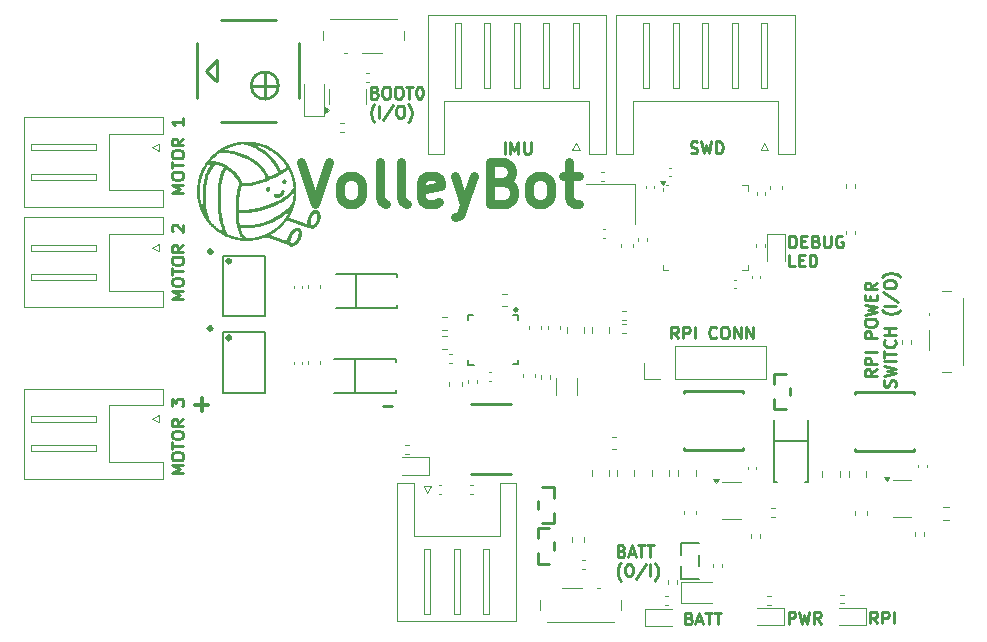
<source format=gbr>
%TF.GenerationSoftware,KiCad,Pcbnew,9.0.2*%
%TF.CreationDate,2025-12-01T22:51:16-05:00*%
%TF.ProjectId,VolleyBot,566f6c6c-6579-4426-9f74-2e6b69636164,rev?*%
%TF.SameCoordinates,Original*%
%TF.FileFunction,Legend,Top*%
%TF.FilePolarity,Positive*%
%FSLAX46Y46*%
G04 Gerber Fmt 4.6, Leading zero omitted, Abs format (unit mm)*
G04 Created by KiCad (PCBNEW 9.0.2) date 2025-12-01 22:51:16*
%MOMM*%
%LPD*%
G01*
G04 APERTURE LIST*
%ADD10C,0.250000*%
%ADD11C,0.750000*%
%ADD12C,0.375000*%
%ADD13C,0.120000*%
%ADD14C,0.150000*%
%ADD15C,0.300000*%
%ADD16C,0.000000*%
G04 APERTURE END LIST*
D10*
X124210901Y-109680865D02*
X124353758Y-109728484D01*
X124353758Y-109728484D02*
X124401377Y-109776103D01*
X124401377Y-109776103D02*
X124448996Y-109871341D01*
X124448996Y-109871341D02*
X124448996Y-110014198D01*
X124448996Y-110014198D02*
X124401377Y-110109436D01*
X124401377Y-110109436D02*
X124353758Y-110157056D01*
X124353758Y-110157056D02*
X124258520Y-110204675D01*
X124258520Y-110204675D02*
X123877568Y-110204675D01*
X123877568Y-110204675D02*
X123877568Y-109204675D01*
X123877568Y-109204675D02*
X124210901Y-109204675D01*
X124210901Y-109204675D02*
X124306139Y-109252294D01*
X124306139Y-109252294D02*
X124353758Y-109299913D01*
X124353758Y-109299913D02*
X124401377Y-109395151D01*
X124401377Y-109395151D02*
X124401377Y-109490389D01*
X124401377Y-109490389D02*
X124353758Y-109585627D01*
X124353758Y-109585627D02*
X124306139Y-109633246D01*
X124306139Y-109633246D02*
X124210901Y-109680865D01*
X124210901Y-109680865D02*
X123877568Y-109680865D01*
X124829949Y-109918960D02*
X125306139Y-109918960D01*
X124734711Y-110204675D02*
X125068044Y-109204675D01*
X125068044Y-109204675D02*
X125401377Y-110204675D01*
X125591854Y-109204675D02*
X126163282Y-109204675D01*
X125877568Y-110204675D02*
X125877568Y-109204675D01*
X126353759Y-109204675D02*
X126925187Y-109204675D01*
X126639473Y-110204675D02*
X126639473Y-109204675D01*
X124163282Y-112195571D02*
X124115663Y-112147952D01*
X124115663Y-112147952D02*
X124020425Y-112005095D01*
X124020425Y-112005095D02*
X123972806Y-111909857D01*
X123972806Y-111909857D02*
X123925187Y-111767000D01*
X123925187Y-111767000D02*
X123877568Y-111528904D01*
X123877568Y-111528904D02*
X123877568Y-111338428D01*
X123877568Y-111338428D02*
X123925187Y-111100333D01*
X123925187Y-111100333D02*
X123972806Y-110957476D01*
X123972806Y-110957476D02*
X124020425Y-110862238D01*
X124020425Y-110862238D02*
X124115663Y-110719380D01*
X124115663Y-110719380D02*
X124163282Y-110671761D01*
X124734711Y-110814619D02*
X124925187Y-110814619D01*
X124925187Y-110814619D02*
X125020425Y-110862238D01*
X125020425Y-110862238D02*
X125115663Y-110957476D01*
X125115663Y-110957476D02*
X125163282Y-111147952D01*
X125163282Y-111147952D02*
X125163282Y-111481285D01*
X125163282Y-111481285D02*
X125115663Y-111671761D01*
X125115663Y-111671761D02*
X125020425Y-111767000D01*
X125020425Y-111767000D02*
X124925187Y-111814619D01*
X124925187Y-111814619D02*
X124734711Y-111814619D01*
X124734711Y-111814619D02*
X124639473Y-111767000D01*
X124639473Y-111767000D02*
X124544235Y-111671761D01*
X124544235Y-111671761D02*
X124496616Y-111481285D01*
X124496616Y-111481285D02*
X124496616Y-111147952D01*
X124496616Y-111147952D02*
X124544235Y-110957476D01*
X124544235Y-110957476D02*
X124639473Y-110862238D01*
X124639473Y-110862238D02*
X124734711Y-110814619D01*
X126306139Y-110767000D02*
X125448997Y-112052714D01*
X126639473Y-111814619D02*
X126639473Y-110814619D01*
X127020425Y-112195571D02*
X127068044Y-112147952D01*
X127068044Y-112147952D02*
X127163282Y-112005095D01*
X127163282Y-112005095D02*
X127210901Y-111909857D01*
X127210901Y-111909857D02*
X127258520Y-111767000D01*
X127258520Y-111767000D02*
X127306139Y-111528904D01*
X127306139Y-111528904D02*
X127306139Y-111338428D01*
X127306139Y-111338428D02*
X127258520Y-111100333D01*
X127258520Y-111100333D02*
X127210901Y-110957476D01*
X127210901Y-110957476D02*
X127163282Y-110862238D01*
X127163282Y-110862238D02*
X127068044Y-110719380D01*
X127068044Y-110719380D02*
X127020425Y-110671761D01*
X128998996Y-91689619D02*
X128665663Y-91213428D01*
X128427568Y-91689619D02*
X128427568Y-90689619D01*
X128427568Y-90689619D02*
X128808520Y-90689619D01*
X128808520Y-90689619D02*
X128903758Y-90737238D01*
X128903758Y-90737238D02*
X128951377Y-90784857D01*
X128951377Y-90784857D02*
X128998996Y-90880095D01*
X128998996Y-90880095D02*
X128998996Y-91022952D01*
X128998996Y-91022952D02*
X128951377Y-91118190D01*
X128951377Y-91118190D02*
X128903758Y-91165809D01*
X128903758Y-91165809D02*
X128808520Y-91213428D01*
X128808520Y-91213428D02*
X128427568Y-91213428D01*
X129427568Y-91689619D02*
X129427568Y-90689619D01*
X129427568Y-90689619D02*
X129808520Y-90689619D01*
X129808520Y-90689619D02*
X129903758Y-90737238D01*
X129903758Y-90737238D02*
X129951377Y-90784857D01*
X129951377Y-90784857D02*
X129998996Y-90880095D01*
X129998996Y-90880095D02*
X129998996Y-91022952D01*
X129998996Y-91022952D02*
X129951377Y-91118190D01*
X129951377Y-91118190D02*
X129903758Y-91165809D01*
X129903758Y-91165809D02*
X129808520Y-91213428D01*
X129808520Y-91213428D02*
X129427568Y-91213428D01*
X130427568Y-91689619D02*
X130427568Y-90689619D01*
X132237091Y-91594380D02*
X132189472Y-91642000D01*
X132189472Y-91642000D02*
X132046615Y-91689619D01*
X132046615Y-91689619D02*
X131951377Y-91689619D01*
X131951377Y-91689619D02*
X131808520Y-91642000D01*
X131808520Y-91642000D02*
X131713282Y-91546761D01*
X131713282Y-91546761D02*
X131665663Y-91451523D01*
X131665663Y-91451523D02*
X131618044Y-91261047D01*
X131618044Y-91261047D02*
X131618044Y-91118190D01*
X131618044Y-91118190D02*
X131665663Y-90927714D01*
X131665663Y-90927714D02*
X131713282Y-90832476D01*
X131713282Y-90832476D02*
X131808520Y-90737238D01*
X131808520Y-90737238D02*
X131951377Y-90689619D01*
X131951377Y-90689619D02*
X132046615Y-90689619D01*
X132046615Y-90689619D02*
X132189472Y-90737238D01*
X132189472Y-90737238D02*
X132237091Y-90784857D01*
X132856139Y-90689619D02*
X133046615Y-90689619D01*
X133046615Y-90689619D02*
X133141853Y-90737238D01*
X133141853Y-90737238D02*
X133237091Y-90832476D01*
X133237091Y-90832476D02*
X133284710Y-91022952D01*
X133284710Y-91022952D02*
X133284710Y-91356285D01*
X133284710Y-91356285D02*
X133237091Y-91546761D01*
X133237091Y-91546761D02*
X133141853Y-91642000D01*
X133141853Y-91642000D02*
X133046615Y-91689619D01*
X133046615Y-91689619D02*
X132856139Y-91689619D01*
X132856139Y-91689619D02*
X132760901Y-91642000D01*
X132760901Y-91642000D02*
X132665663Y-91546761D01*
X132665663Y-91546761D02*
X132618044Y-91356285D01*
X132618044Y-91356285D02*
X132618044Y-91022952D01*
X132618044Y-91022952D02*
X132665663Y-90832476D01*
X132665663Y-90832476D02*
X132760901Y-90737238D01*
X132760901Y-90737238D02*
X132856139Y-90689619D01*
X133713282Y-91689619D02*
X133713282Y-90689619D01*
X133713282Y-90689619D02*
X134284710Y-91689619D01*
X134284710Y-91689619D02*
X134284710Y-90689619D01*
X134760901Y-91689619D02*
X134760901Y-90689619D01*
X134760901Y-90689619D02*
X135332329Y-91689619D01*
X135332329Y-91689619D02*
X135332329Y-90689619D01*
X114327568Y-76064619D02*
X114327568Y-75064619D01*
X114803758Y-76064619D02*
X114803758Y-75064619D01*
X114803758Y-75064619D02*
X115137091Y-75778904D01*
X115137091Y-75778904D02*
X115470424Y-75064619D01*
X115470424Y-75064619D02*
X115470424Y-76064619D01*
X115946615Y-75064619D02*
X115946615Y-75874142D01*
X115946615Y-75874142D02*
X115994234Y-75969380D01*
X115994234Y-75969380D02*
X116041853Y-76017000D01*
X116041853Y-76017000D02*
X116137091Y-76064619D01*
X116137091Y-76064619D02*
X116327567Y-76064619D01*
X116327567Y-76064619D02*
X116422805Y-76017000D01*
X116422805Y-76017000D02*
X116470424Y-75969380D01*
X116470424Y-75969380D02*
X116518043Y-75874142D01*
X116518043Y-75874142D02*
X116518043Y-75064619D01*
X145848996Y-115815619D02*
X145515663Y-115339428D01*
X145277568Y-115815619D02*
X145277568Y-114815619D01*
X145277568Y-114815619D02*
X145658520Y-114815619D01*
X145658520Y-114815619D02*
X145753758Y-114863238D01*
X145753758Y-114863238D02*
X145801377Y-114910857D01*
X145801377Y-114910857D02*
X145848996Y-115006095D01*
X145848996Y-115006095D02*
X145848996Y-115148952D01*
X145848996Y-115148952D02*
X145801377Y-115244190D01*
X145801377Y-115244190D02*
X145753758Y-115291809D01*
X145753758Y-115291809D02*
X145658520Y-115339428D01*
X145658520Y-115339428D02*
X145277568Y-115339428D01*
X146277568Y-115815619D02*
X146277568Y-114815619D01*
X146277568Y-114815619D02*
X146658520Y-114815619D01*
X146658520Y-114815619D02*
X146753758Y-114863238D01*
X146753758Y-114863238D02*
X146801377Y-114910857D01*
X146801377Y-114910857D02*
X146848996Y-115006095D01*
X146848996Y-115006095D02*
X146848996Y-115148952D01*
X146848996Y-115148952D02*
X146801377Y-115244190D01*
X146801377Y-115244190D02*
X146753758Y-115291809D01*
X146753758Y-115291809D02*
X146658520Y-115339428D01*
X146658520Y-115339428D02*
X146277568Y-115339428D01*
X147277568Y-115815619D02*
X147277568Y-114815619D01*
X87114619Y-103097431D02*
X86114619Y-103097431D01*
X86114619Y-103097431D02*
X86828904Y-102764098D01*
X86828904Y-102764098D02*
X86114619Y-102430765D01*
X86114619Y-102430765D02*
X87114619Y-102430765D01*
X86114619Y-101764098D02*
X86114619Y-101573622D01*
X86114619Y-101573622D02*
X86162238Y-101478384D01*
X86162238Y-101478384D02*
X86257476Y-101383146D01*
X86257476Y-101383146D02*
X86447952Y-101335527D01*
X86447952Y-101335527D02*
X86781285Y-101335527D01*
X86781285Y-101335527D02*
X86971761Y-101383146D01*
X86971761Y-101383146D02*
X87067000Y-101478384D01*
X87067000Y-101478384D02*
X87114619Y-101573622D01*
X87114619Y-101573622D02*
X87114619Y-101764098D01*
X87114619Y-101764098D02*
X87067000Y-101859336D01*
X87067000Y-101859336D02*
X86971761Y-101954574D01*
X86971761Y-101954574D02*
X86781285Y-102002193D01*
X86781285Y-102002193D02*
X86447952Y-102002193D01*
X86447952Y-102002193D02*
X86257476Y-101954574D01*
X86257476Y-101954574D02*
X86162238Y-101859336D01*
X86162238Y-101859336D02*
X86114619Y-101764098D01*
X86114619Y-101049812D02*
X86114619Y-100478384D01*
X87114619Y-100764098D02*
X86114619Y-100764098D01*
X86114619Y-99954574D02*
X86114619Y-99764098D01*
X86114619Y-99764098D02*
X86162238Y-99668860D01*
X86162238Y-99668860D02*
X86257476Y-99573622D01*
X86257476Y-99573622D02*
X86447952Y-99526003D01*
X86447952Y-99526003D02*
X86781285Y-99526003D01*
X86781285Y-99526003D02*
X86971761Y-99573622D01*
X86971761Y-99573622D02*
X87067000Y-99668860D01*
X87067000Y-99668860D02*
X87114619Y-99764098D01*
X87114619Y-99764098D02*
X87114619Y-99954574D01*
X87114619Y-99954574D02*
X87067000Y-100049812D01*
X87067000Y-100049812D02*
X86971761Y-100145050D01*
X86971761Y-100145050D02*
X86781285Y-100192669D01*
X86781285Y-100192669D02*
X86447952Y-100192669D01*
X86447952Y-100192669D02*
X86257476Y-100145050D01*
X86257476Y-100145050D02*
X86162238Y-100049812D01*
X86162238Y-100049812D02*
X86114619Y-99954574D01*
X87114619Y-98526003D02*
X86638428Y-98859336D01*
X87114619Y-99097431D02*
X86114619Y-99097431D01*
X86114619Y-99097431D02*
X86114619Y-98716479D01*
X86114619Y-98716479D02*
X86162238Y-98621241D01*
X86162238Y-98621241D02*
X86209857Y-98573622D01*
X86209857Y-98573622D02*
X86305095Y-98526003D01*
X86305095Y-98526003D02*
X86447952Y-98526003D01*
X86447952Y-98526003D02*
X86543190Y-98573622D01*
X86543190Y-98573622D02*
X86590809Y-98621241D01*
X86590809Y-98621241D02*
X86638428Y-98716479D01*
X86638428Y-98716479D02*
X86638428Y-99097431D01*
X86114619Y-97430764D02*
X86114619Y-96811717D01*
X86114619Y-96811717D02*
X86495571Y-97145050D01*
X86495571Y-97145050D02*
X86495571Y-97002193D01*
X86495571Y-97002193D02*
X86543190Y-96906955D01*
X86543190Y-96906955D02*
X86590809Y-96859336D01*
X86590809Y-96859336D02*
X86686047Y-96811717D01*
X86686047Y-96811717D02*
X86924142Y-96811717D01*
X86924142Y-96811717D02*
X87019380Y-96859336D01*
X87019380Y-96859336D02*
X87067000Y-96906955D01*
X87067000Y-96906955D02*
X87114619Y-97002193D01*
X87114619Y-97002193D02*
X87114619Y-97287907D01*
X87114619Y-97287907D02*
X87067000Y-97383145D01*
X87067000Y-97383145D02*
X87019380Y-97430764D01*
X138352568Y-115839619D02*
X138352568Y-114839619D01*
X138352568Y-114839619D02*
X138733520Y-114839619D01*
X138733520Y-114839619D02*
X138828758Y-114887238D01*
X138828758Y-114887238D02*
X138876377Y-114934857D01*
X138876377Y-114934857D02*
X138923996Y-115030095D01*
X138923996Y-115030095D02*
X138923996Y-115172952D01*
X138923996Y-115172952D02*
X138876377Y-115268190D01*
X138876377Y-115268190D02*
X138828758Y-115315809D01*
X138828758Y-115315809D02*
X138733520Y-115363428D01*
X138733520Y-115363428D02*
X138352568Y-115363428D01*
X139257330Y-114839619D02*
X139495425Y-115839619D01*
X139495425Y-115839619D02*
X139685901Y-115125333D01*
X139685901Y-115125333D02*
X139876377Y-115839619D01*
X139876377Y-115839619D02*
X140114473Y-114839619D01*
X141066853Y-115839619D02*
X140733520Y-115363428D01*
X140495425Y-115839619D02*
X140495425Y-114839619D01*
X140495425Y-114839619D02*
X140876377Y-114839619D01*
X140876377Y-114839619D02*
X140971615Y-114887238D01*
X140971615Y-114887238D02*
X141019234Y-114934857D01*
X141019234Y-114934857D02*
X141066853Y-115030095D01*
X141066853Y-115030095D02*
X141066853Y-115172952D01*
X141066853Y-115172952D02*
X141019234Y-115268190D01*
X141019234Y-115268190D02*
X140971615Y-115315809D01*
X140971615Y-115315809D02*
X140876377Y-115363428D01*
X140876377Y-115363428D02*
X140495425Y-115363428D01*
D11*
X97076754Y-76782667D02*
X98243421Y-80282667D01*
X98243421Y-80282667D02*
X99410087Y-76782667D01*
X101076754Y-80282667D02*
X100743421Y-80116001D01*
X100743421Y-80116001D02*
X100576754Y-79949334D01*
X100576754Y-79949334D02*
X100410087Y-79616001D01*
X100410087Y-79616001D02*
X100410087Y-78616001D01*
X100410087Y-78616001D02*
X100576754Y-78282667D01*
X100576754Y-78282667D02*
X100743421Y-78116001D01*
X100743421Y-78116001D02*
X101076754Y-77949334D01*
X101076754Y-77949334D02*
X101576754Y-77949334D01*
X101576754Y-77949334D02*
X101910087Y-78116001D01*
X101910087Y-78116001D02*
X102076754Y-78282667D01*
X102076754Y-78282667D02*
X102243421Y-78616001D01*
X102243421Y-78616001D02*
X102243421Y-79616001D01*
X102243421Y-79616001D02*
X102076754Y-79949334D01*
X102076754Y-79949334D02*
X101910087Y-80116001D01*
X101910087Y-80116001D02*
X101576754Y-80282667D01*
X101576754Y-80282667D02*
X101076754Y-80282667D01*
X104243421Y-80282667D02*
X103910088Y-80116001D01*
X103910088Y-80116001D02*
X103743421Y-79782667D01*
X103743421Y-79782667D02*
X103743421Y-76782667D01*
X106076754Y-80282667D02*
X105743421Y-80116001D01*
X105743421Y-80116001D02*
X105576754Y-79782667D01*
X105576754Y-79782667D02*
X105576754Y-76782667D01*
X108743420Y-80116001D02*
X108410087Y-80282667D01*
X108410087Y-80282667D02*
X107743420Y-80282667D01*
X107743420Y-80282667D02*
X107410087Y-80116001D01*
X107410087Y-80116001D02*
X107243420Y-79782667D01*
X107243420Y-79782667D02*
X107243420Y-78449334D01*
X107243420Y-78449334D02*
X107410087Y-78116001D01*
X107410087Y-78116001D02*
X107743420Y-77949334D01*
X107743420Y-77949334D02*
X108410087Y-77949334D01*
X108410087Y-77949334D02*
X108743420Y-78116001D01*
X108743420Y-78116001D02*
X108910087Y-78449334D01*
X108910087Y-78449334D02*
X108910087Y-78782667D01*
X108910087Y-78782667D02*
X107243420Y-79116001D01*
X110076754Y-77949334D02*
X110910087Y-80282667D01*
X111743420Y-77949334D02*
X110910087Y-80282667D01*
X110910087Y-80282667D02*
X110576754Y-81116001D01*
X110576754Y-81116001D02*
X110410087Y-81282667D01*
X110410087Y-81282667D02*
X110076754Y-81449334D01*
X114243421Y-78449334D02*
X114743421Y-78616001D01*
X114743421Y-78616001D02*
X114910087Y-78782667D01*
X114910087Y-78782667D02*
X115076754Y-79116001D01*
X115076754Y-79116001D02*
X115076754Y-79616001D01*
X115076754Y-79616001D02*
X114910087Y-79949334D01*
X114910087Y-79949334D02*
X114743421Y-80116001D01*
X114743421Y-80116001D02*
X114410087Y-80282667D01*
X114410087Y-80282667D02*
X113076754Y-80282667D01*
X113076754Y-80282667D02*
X113076754Y-76782667D01*
X113076754Y-76782667D02*
X114243421Y-76782667D01*
X114243421Y-76782667D02*
X114576754Y-76949334D01*
X114576754Y-76949334D02*
X114743421Y-77116001D01*
X114743421Y-77116001D02*
X114910087Y-77449334D01*
X114910087Y-77449334D02*
X114910087Y-77782667D01*
X114910087Y-77782667D02*
X114743421Y-78116001D01*
X114743421Y-78116001D02*
X114576754Y-78282667D01*
X114576754Y-78282667D02*
X114243421Y-78449334D01*
X114243421Y-78449334D02*
X113076754Y-78449334D01*
X117076754Y-80282667D02*
X116743421Y-80116001D01*
X116743421Y-80116001D02*
X116576754Y-79949334D01*
X116576754Y-79949334D02*
X116410087Y-79616001D01*
X116410087Y-79616001D02*
X116410087Y-78616001D01*
X116410087Y-78616001D02*
X116576754Y-78282667D01*
X116576754Y-78282667D02*
X116743421Y-78116001D01*
X116743421Y-78116001D02*
X117076754Y-77949334D01*
X117076754Y-77949334D02*
X117576754Y-77949334D01*
X117576754Y-77949334D02*
X117910087Y-78116001D01*
X117910087Y-78116001D02*
X118076754Y-78282667D01*
X118076754Y-78282667D02*
X118243421Y-78616001D01*
X118243421Y-78616001D02*
X118243421Y-79616001D01*
X118243421Y-79616001D02*
X118076754Y-79949334D01*
X118076754Y-79949334D02*
X117910087Y-80116001D01*
X117910087Y-80116001D02*
X117576754Y-80282667D01*
X117576754Y-80282667D02*
X117076754Y-80282667D01*
X119243421Y-77949334D02*
X120576754Y-77949334D01*
X119743421Y-76782667D02*
X119743421Y-79782667D01*
X119743421Y-79782667D02*
X119910088Y-80116001D01*
X119910088Y-80116001D02*
X120243421Y-80282667D01*
X120243421Y-80282667D02*
X120576754Y-80282667D01*
D10*
X129933401Y-115375809D02*
X130076258Y-115423428D01*
X130076258Y-115423428D02*
X130123877Y-115471047D01*
X130123877Y-115471047D02*
X130171496Y-115566285D01*
X130171496Y-115566285D02*
X130171496Y-115709142D01*
X130171496Y-115709142D02*
X130123877Y-115804380D01*
X130123877Y-115804380D02*
X130076258Y-115852000D01*
X130076258Y-115852000D02*
X129981020Y-115899619D01*
X129981020Y-115899619D02*
X129600068Y-115899619D01*
X129600068Y-115899619D02*
X129600068Y-114899619D01*
X129600068Y-114899619D02*
X129933401Y-114899619D01*
X129933401Y-114899619D02*
X130028639Y-114947238D01*
X130028639Y-114947238D02*
X130076258Y-114994857D01*
X130076258Y-114994857D02*
X130123877Y-115090095D01*
X130123877Y-115090095D02*
X130123877Y-115185333D01*
X130123877Y-115185333D02*
X130076258Y-115280571D01*
X130076258Y-115280571D02*
X130028639Y-115328190D01*
X130028639Y-115328190D02*
X129933401Y-115375809D01*
X129933401Y-115375809D02*
X129600068Y-115375809D01*
X130552449Y-115613904D02*
X131028639Y-115613904D01*
X130457211Y-115899619D02*
X130790544Y-114899619D01*
X130790544Y-114899619D02*
X131123877Y-115899619D01*
X131314354Y-114899619D02*
X131885782Y-114899619D01*
X131600068Y-115899619D02*
X131600068Y-114899619D01*
X132076259Y-114899619D02*
X132647687Y-114899619D01*
X132361973Y-115899619D02*
X132361973Y-114899619D01*
X138427568Y-83979675D02*
X138427568Y-82979675D01*
X138427568Y-82979675D02*
X138665663Y-82979675D01*
X138665663Y-82979675D02*
X138808520Y-83027294D01*
X138808520Y-83027294D02*
X138903758Y-83122532D01*
X138903758Y-83122532D02*
X138951377Y-83217770D01*
X138951377Y-83217770D02*
X138998996Y-83408246D01*
X138998996Y-83408246D02*
X138998996Y-83551103D01*
X138998996Y-83551103D02*
X138951377Y-83741579D01*
X138951377Y-83741579D02*
X138903758Y-83836817D01*
X138903758Y-83836817D02*
X138808520Y-83932056D01*
X138808520Y-83932056D02*
X138665663Y-83979675D01*
X138665663Y-83979675D02*
X138427568Y-83979675D01*
X139427568Y-83455865D02*
X139760901Y-83455865D01*
X139903758Y-83979675D02*
X139427568Y-83979675D01*
X139427568Y-83979675D02*
X139427568Y-82979675D01*
X139427568Y-82979675D02*
X139903758Y-82979675D01*
X140665663Y-83455865D02*
X140808520Y-83503484D01*
X140808520Y-83503484D02*
X140856139Y-83551103D01*
X140856139Y-83551103D02*
X140903758Y-83646341D01*
X140903758Y-83646341D02*
X140903758Y-83789198D01*
X140903758Y-83789198D02*
X140856139Y-83884436D01*
X140856139Y-83884436D02*
X140808520Y-83932056D01*
X140808520Y-83932056D02*
X140713282Y-83979675D01*
X140713282Y-83979675D02*
X140332330Y-83979675D01*
X140332330Y-83979675D02*
X140332330Y-82979675D01*
X140332330Y-82979675D02*
X140665663Y-82979675D01*
X140665663Y-82979675D02*
X140760901Y-83027294D01*
X140760901Y-83027294D02*
X140808520Y-83074913D01*
X140808520Y-83074913D02*
X140856139Y-83170151D01*
X140856139Y-83170151D02*
X140856139Y-83265389D01*
X140856139Y-83265389D02*
X140808520Y-83360627D01*
X140808520Y-83360627D02*
X140760901Y-83408246D01*
X140760901Y-83408246D02*
X140665663Y-83455865D01*
X140665663Y-83455865D02*
X140332330Y-83455865D01*
X141332330Y-82979675D02*
X141332330Y-83789198D01*
X141332330Y-83789198D02*
X141379949Y-83884436D01*
X141379949Y-83884436D02*
X141427568Y-83932056D01*
X141427568Y-83932056D02*
X141522806Y-83979675D01*
X141522806Y-83979675D02*
X141713282Y-83979675D01*
X141713282Y-83979675D02*
X141808520Y-83932056D01*
X141808520Y-83932056D02*
X141856139Y-83884436D01*
X141856139Y-83884436D02*
X141903758Y-83789198D01*
X141903758Y-83789198D02*
X141903758Y-82979675D01*
X142903758Y-83027294D02*
X142808520Y-82979675D01*
X142808520Y-82979675D02*
X142665663Y-82979675D01*
X142665663Y-82979675D02*
X142522806Y-83027294D01*
X142522806Y-83027294D02*
X142427568Y-83122532D01*
X142427568Y-83122532D02*
X142379949Y-83217770D01*
X142379949Y-83217770D02*
X142332330Y-83408246D01*
X142332330Y-83408246D02*
X142332330Y-83551103D01*
X142332330Y-83551103D02*
X142379949Y-83741579D01*
X142379949Y-83741579D02*
X142427568Y-83836817D01*
X142427568Y-83836817D02*
X142522806Y-83932056D01*
X142522806Y-83932056D02*
X142665663Y-83979675D01*
X142665663Y-83979675D02*
X142760901Y-83979675D01*
X142760901Y-83979675D02*
X142903758Y-83932056D01*
X142903758Y-83932056D02*
X142951377Y-83884436D01*
X142951377Y-83884436D02*
X142951377Y-83551103D01*
X142951377Y-83551103D02*
X142760901Y-83551103D01*
X138903758Y-85589619D02*
X138427568Y-85589619D01*
X138427568Y-85589619D02*
X138427568Y-84589619D01*
X139237092Y-85065809D02*
X139570425Y-85065809D01*
X139713282Y-85589619D02*
X139237092Y-85589619D01*
X139237092Y-85589619D02*
X139237092Y-84589619D01*
X139237092Y-84589619D02*
X139713282Y-84589619D01*
X140141854Y-85589619D02*
X140141854Y-84589619D01*
X140141854Y-84589619D02*
X140379949Y-84589619D01*
X140379949Y-84589619D02*
X140522806Y-84637238D01*
X140522806Y-84637238D02*
X140618044Y-84732476D01*
X140618044Y-84732476D02*
X140665663Y-84827714D01*
X140665663Y-84827714D02*
X140713282Y-85018190D01*
X140713282Y-85018190D02*
X140713282Y-85161047D01*
X140713282Y-85161047D02*
X140665663Y-85351523D01*
X140665663Y-85351523D02*
X140618044Y-85446761D01*
X140618044Y-85446761D02*
X140522806Y-85542000D01*
X140522806Y-85542000D02*
X140379949Y-85589619D01*
X140379949Y-85589619D02*
X140141854Y-85589619D01*
X87114619Y-79347431D02*
X86114619Y-79347431D01*
X86114619Y-79347431D02*
X86828904Y-79014098D01*
X86828904Y-79014098D02*
X86114619Y-78680765D01*
X86114619Y-78680765D02*
X87114619Y-78680765D01*
X86114619Y-78014098D02*
X86114619Y-77823622D01*
X86114619Y-77823622D02*
X86162238Y-77728384D01*
X86162238Y-77728384D02*
X86257476Y-77633146D01*
X86257476Y-77633146D02*
X86447952Y-77585527D01*
X86447952Y-77585527D02*
X86781285Y-77585527D01*
X86781285Y-77585527D02*
X86971761Y-77633146D01*
X86971761Y-77633146D02*
X87067000Y-77728384D01*
X87067000Y-77728384D02*
X87114619Y-77823622D01*
X87114619Y-77823622D02*
X87114619Y-78014098D01*
X87114619Y-78014098D02*
X87067000Y-78109336D01*
X87067000Y-78109336D02*
X86971761Y-78204574D01*
X86971761Y-78204574D02*
X86781285Y-78252193D01*
X86781285Y-78252193D02*
X86447952Y-78252193D01*
X86447952Y-78252193D02*
X86257476Y-78204574D01*
X86257476Y-78204574D02*
X86162238Y-78109336D01*
X86162238Y-78109336D02*
X86114619Y-78014098D01*
X86114619Y-77299812D02*
X86114619Y-76728384D01*
X87114619Y-77014098D02*
X86114619Y-77014098D01*
X86114619Y-76204574D02*
X86114619Y-76014098D01*
X86114619Y-76014098D02*
X86162238Y-75918860D01*
X86162238Y-75918860D02*
X86257476Y-75823622D01*
X86257476Y-75823622D02*
X86447952Y-75776003D01*
X86447952Y-75776003D02*
X86781285Y-75776003D01*
X86781285Y-75776003D02*
X86971761Y-75823622D01*
X86971761Y-75823622D02*
X87067000Y-75918860D01*
X87067000Y-75918860D02*
X87114619Y-76014098D01*
X87114619Y-76014098D02*
X87114619Y-76204574D01*
X87114619Y-76204574D02*
X87067000Y-76299812D01*
X87067000Y-76299812D02*
X86971761Y-76395050D01*
X86971761Y-76395050D02*
X86781285Y-76442669D01*
X86781285Y-76442669D02*
X86447952Y-76442669D01*
X86447952Y-76442669D02*
X86257476Y-76395050D01*
X86257476Y-76395050D02*
X86162238Y-76299812D01*
X86162238Y-76299812D02*
X86114619Y-76204574D01*
X87114619Y-74776003D02*
X86638428Y-75109336D01*
X87114619Y-75347431D02*
X86114619Y-75347431D01*
X86114619Y-75347431D02*
X86114619Y-74966479D01*
X86114619Y-74966479D02*
X86162238Y-74871241D01*
X86162238Y-74871241D02*
X86209857Y-74823622D01*
X86209857Y-74823622D02*
X86305095Y-74776003D01*
X86305095Y-74776003D02*
X86447952Y-74776003D01*
X86447952Y-74776003D02*
X86543190Y-74823622D01*
X86543190Y-74823622D02*
X86590809Y-74871241D01*
X86590809Y-74871241D02*
X86638428Y-74966479D01*
X86638428Y-74966479D02*
X86638428Y-75347431D01*
X87114619Y-73061717D02*
X87114619Y-73633145D01*
X87114619Y-73347431D02*
X86114619Y-73347431D01*
X86114619Y-73347431D02*
X86257476Y-73442669D01*
X86257476Y-73442669D02*
X86352714Y-73537907D01*
X86352714Y-73537907D02*
X86400333Y-73633145D01*
X130054949Y-75967000D02*
X130197806Y-76014619D01*
X130197806Y-76014619D02*
X130435901Y-76014619D01*
X130435901Y-76014619D02*
X130531139Y-75967000D01*
X130531139Y-75967000D02*
X130578758Y-75919380D01*
X130578758Y-75919380D02*
X130626377Y-75824142D01*
X130626377Y-75824142D02*
X130626377Y-75728904D01*
X130626377Y-75728904D02*
X130578758Y-75633666D01*
X130578758Y-75633666D02*
X130531139Y-75586047D01*
X130531139Y-75586047D02*
X130435901Y-75538428D01*
X130435901Y-75538428D02*
X130245425Y-75490809D01*
X130245425Y-75490809D02*
X130150187Y-75443190D01*
X130150187Y-75443190D02*
X130102568Y-75395571D01*
X130102568Y-75395571D02*
X130054949Y-75300333D01*
X130054949Y-75300333D02*
X130054949Y-75205095D01*
X130054949Y-75205095D02*
X130102568Y-75109857D01*
X130102568Y-75109857D02*
X130150187Y-75062238D01*
X130150187Y-75062238D02*
X130245425Y-75014619D01*
X130245425Y-75014619D02*
X130483520Y-75014619D01*
X130483520Y-75014619D02*
X130626377Y-75062238D01*
X130959711Y-75014619D02*
X131197806Y-76014619D01*
X131197806Y-76014619D02*
X131388282Y-75300333D01*
X131388282Y-75300333D02*
X131578758Y-76014619D01*
X131578758Y-76014619D02*
X131816854Y-75014619D01*
X132197806Y-76014619D02*
X132197806Y-75014619D01*
X132197806Y-75014619D02*
X132435901Y-75014619D01*
X132435901Y-75014619D02*
X132578758Y-75062238D01*
X132578758Y-75062238D02*
X132673996Y-75157476D01*
X132673996Y-75157476D02*
X132721615Y-75252714D01*
X132721615Y-75252714D02*
X132769234Y-75443190D01*
X132769234Y-75443190D02*
X132769234Y-75586047D01*
X132769234Y-75586047D02*
X132721615Y-75776523D01*
X132721615Y-75776523D02*
X132673996Y-75871761D01*
X132673996Y-75871761D02*
X132578758Y-75967000D01*
X132578758Y-75967000D02*
X132435901Y-76014619D01*
X132435901Y-76014619D02*
X132197806Y-76014619D01*
X145804675Y-94307142D02*
X145328484Y-94640475D01*
X145804675Y-94878570D02*
X144804675Y-94878570D01*
X144804675Y-94878570D02*
X144804675Y-94497618D01*
X144804675Y-94497618D02*
X144852294Y-94402380D01*
X144852294Y-94402380D02*
X144899913Y-94354761D01*
X144899913Y-94354761D02*
X144995151Y-94307142D01*
X144995151Y-94307142D02*
X145138008Y-94307142D01*
X145138008Y-94307142D02*
X145233246Y-94354761D01*
X145233246Y-94354761D02*
X145280865Y-94402380D01*
X145280865Y-94402380D02*
X145328484Y-94497618D01*
X145328484Y-94497618D02*
X145328484Y-94878570D01*
X145804675Y-93878570D02*
X144804675Y-93878570D01*
X144804675Y-93878570D02*
X144804675Y-93497618D01*
X144804675Y-93497618D02*
X144852294Y-93402380D01*
X144852294Y-93402380D02*
X144899913Y-93354761D01*
X144899913Y-93354761D02*
X144995151Y-93307142D01*
X144995151Y-93307142D02*
X145138008Y-93307142D01*
X145138008Y-93307142D02*
X145233246Y-93354761D01*
X145233246Y-93354761D02*
X145280865Y-93402380D01*
X145280865Y-93402380D02*
X145328484Y-93497618D01*
X145328484Y-93497618D02*
X145328484Y-93878570D01*
X145804675Y-92878570D02*
X144804675Y-92878570D01*
X145804675Y-91640475D02*
X144804675Y-91640475D01*
X144804675Y-91640475D02*
X144804675Y-91259523D01*
X144804675Y-91259523D02*
X144852294Y-91164285D01*
X144852294Y-91164285D02*
X144899913Y-91116666D01*
X144899913Y-91116666D02*
X144995151Y-91069047D01*
X144995151Y-91069047D02*
X145138008Y-91069047D01*
X145138008Y-91069047D02*
X145233246Y-91116666D01*
X145233246Y-91116666D02*
X145280865Y-91164285D01*
X145280865Y-91164285D02*
X145328484Y-91259523D01*
X145328484Y-91259523D02*
X145328484Y-91640475D01*
X144804675Y-90449999D02*
X144804675Y-90259523D01*
X144804675Y-90259523D02*
X144852294Y-90164285D01*
X144852294Y-90164285D02*
X144947532Y-90069047D01*
X144947532Y-90069047D02*
X145138008Y-90021428D01*
X145138008Y-90021428D02*
X145471341Y-90021428D01*
X145471341Y-90021428D02*
X145661817Y-90069047D01*
X145661817Y-90069047D02*
X145757056Y-90164285D01*
X145757056Y-90164285D02*
X145804675Y-90259523D01*
X145804675Y-90259523D02*
X145804675Y-90449999D01*
X145804675Y-90449999D02*
X145757056Y-90545237D01*
X145757056Y-90545237D02*
X145661817Y-90640475D01*
X145661817Y-90640475D02*
X145471341Y-90688094D01*
X145471341Y-90688094D02*
X145138008Y-90688094D01*
X145138008Y-90688094D02*
X144947532Y-90640475D01*
X144947532Y-90640475D02*
X144852294Y-90545237D01*
X144852294Y-90545237D02*
X144804675Y-90449999D01*
X144804675Y-89688094D02*
X145804675Y-89449999D01*
X145804675Y-89449999D02*
X145090389Y-89259523D01*
X145090389Y-89259523D02*
X145804675Y-89069047D01*
X145804675Y-89069047D02*
X144804675Y-88830952D01*
X145280865Y-88449999D02*
X145280865Y-88116666D01*
X145804675Y-87973809D02*
X145804675Y-88449999D01*
X145804675Y-88449999D02*
X144804675Y-88449999D01*
X144804675Y-88449999D02*
X144804675Y-87973809D01*
X145804675Y-86973809D02*
X145328484Y-87307142D01*
X145804675Y-87545237D02*
X144804675Y-87545237D01*
X144804675Y-87545237D02*
X144804675Y-87164285D01*
X144804675Y-87164285D02*
X144852294Y-87069047D01*
X144852294Y-87069047D02*
X144899913Y-87021428D01*
X144899913Y-87021428D02*
X144995151Y-86973809D01*
X144995151Y-86973809D02*
X145138008Y-86973809D01*
X145138008Y-86973809D02*
X145233246Y-87021428D01*
X145233246Y-87021428D02*
X145280865Y-87069047D01*
X145280865Y-87069047D02*
X145328484Y-87164285D01*
X145328484Y-87164285D02*
X145328484Y-87545237D01*
X147367000Y-95783332D02*
X147414619Y-95640475D01*
X147414619Y-95640475D02*
X147414619Y-95402380D01*
X147414619Y-95402380D02*
X147367000Y-95307142D01*
X147367000Y-95307142D02*
X147319380Y-95259523D01*
X147319380Y-95259523D02*
X147224142Y-95211904D01*
X147224142Y-95211904D02*
X147128904Y-95211904D01*
X147128904Y-95211904D02*
X147033666Y-95259523D01*
X147033666Y-95259523D02*
X146986047Y-95307142D01*
X146986047Y-95307142D02*
X146938428Y-95402380D01*
X146938428Y-95402380D02*
X146890809Y-95592856D01*
X146890809Y-95592856D02*
X146843190Y-95688094D01*
X146843190Y-95688094D02*
X146795571Y-95735713D01*
X146795571Y-95735713D02*
X146700333Y-95783332D01*
X146700333Y-95783332D02*
X146605095Y-95783332D01*
X146605095Y-95783332D02*
X146509857Y-95735713D01*
X146509857Y-95735713D02*
X146462238Y-95688094D01*
X146462238Y-95688094D02*
X146414619Y-95592856D01*
X146414619Y-95592856D02*
X146414619Y-95354761D01*
X146414619Y-95354761D02*
X146462238Y-95211904D01*
X146414619Y-94878570D02*
X147414619Y-94640475D01*
X147414619Y-94640475D02*
X146700333Y-94449999D01*
X146700333Y-94449999D02*
X147414619Y-94259523D01*
X147414619Y-94259523D02*
X146414619Y-94021428D01*
X147414619Y-93640475D02*
X146414619Y-93640475D01*
X146414619Y-93307142D02*
X146414619Y-92735714D01*
X147414619Y-93021428D02*
X146414619Y-93021428D01*
X147319380Y-91830952D02*
X147367000Y-91878571D01*
X147367000Y-91878571D02*
X147414619Y-92021428D01*
X147414619Y-92021428D02*
X147414619Y-92116666D01*
X147414619Y-92116666D02*
X147367000Y-92259523D01*
X147367000Y-92259523D02*
X147271761Y-92354761D01*
X147271761Y-92354761D02*
X147176523Y-92402380D01*
X147176523Y-92402380D02*
X146986047Y-92449999D01*
X146986047Y-92449999D02*
X146843190Y-92449999D01*
X146843190Y-92449999D02*
X146652714Y-92402380D01*
X146652714Y-92402380D02*
X146557476Y-92354761D01*
X146557476Y-92354761D02*
X146462238Y-92259523D01*
X146462238Y-92259523D02*
X146414619Y-92116666D01*
X146414619Y-92116666D02*
X146414619Y-92021428D01*
X146414619Y-92021428D02*
X146462238Y-91878571D01*
X146462238Y-91878571D02*
X146509857Y-91830952D01*
X147414619Y-91402380D02*
X146414619Y-91402380D01*
X146890809Y-91402380D02*
X146890809Y-90830952D01*
X147414619Y-90830952D02*
X146414619Y-90830952D01*
X147795571Y-89307142D02*
X147747952Y-89354761D01*
X147747952Y-89354761D02*
X147605095Y-89449999D01*
X147605095Y-89449999D02*
X147509857Y-89497618D01*
X147509857Y-89497618D02*
X147367000Y-89545237D01*
X147367000Y-89545237D02*
X147128904Y-89592856D01*
X147128904Y-89592856D02*
X146938428Y-89592856D01*
X146938428Y-89592856D02*
X146700333Y-89545237D01*
X146700333Y-89545237D02*
X146557476Y-89497618D01*
X146557476Y-89497618D02*
X146462238Y-89449999D01*
X146462238Y-89449999D02*
X146319380Y-89354761D01*
X146319380Y-89354761D02*
X146271761Y-89307142D01*
X147414619Y-88926189D02*
X146414619Y-88926189D01*
X146367000Y-87735714D02*
X147652714Y-88592856D01*
X146414619Y-87211904D02*
X146414619Y-87021428D01*
X146414619Y-87021428D02*
X146462238Y-86926190D01*
X146462238Y-86926190D02*
X146557476Y-86830952D01*
X146557476Y-86830952D02*
X146747952Y-86783333D01*
X146747952Y-86783333D02*
X147081285Y-86783333D01*
X147081285Y-86783333D02*
X147271761Y-86830952D01*
X147271761Y-86830952D02*
X147367000Y-86926190D01*
X147367000Y-86926190D02*
X147414619Y-87021428D01*
X147414619Y-87021428D02*
X147414619Y-87211904D01*
X147414619Y-87211904D02*
X147367000Y-87307142D01*
X147367000Y-87307142D02*
X147271761Y-87402380D01*
X147271761Y-87402380D02*
X147081285Y-87449999D01*
X147081285Y-87449999D02*
X146747952Y-87449999D01*
X146747952Y-87449999D02*
X146557476Y-87402380D01*
X146557476Y-87402380D02*
X146462238Y-87307142D01*
X146462238Y-87307142D02*
X146414619Y-87211904D01*
X147795571Y-86449999D02*
X147747952Y-86402380D01*
X147747952Y-86402380D02*
X147605095Y-86307142D01*
X147605095Y-86307142D02*
X147509857Y-86259523D01*
X147509857Y-86259523D02*
X147367000Y-86211904D01*
X147367000Y-86211904D02*
X147128904Y-86164285D01*
X147128904Y-86164285D02*
X146938428Y-86164285D01*
X146938428Y-86164285D02*
X146700333Y-86211904D01*
X146700333Y-86211904D02*
X146557476Y-86259523D01*
X146557476Y-86259523D02*
X146462238Y-86307142D01*
X146462238Y-86307142D02*
X146319380Y-86402380D01*
X146319380Y-86402380D02*
X146271761Y-86449999D01*
X103335901Y-70855865D02*
X103478758Y-70903484D01*
X103478758Y-70903484D02*
X103526377Y-70951103D01*
X103526377Y-70951103D02*
X103573996Y-71046341D01*
X103573996Y-71046341D02*
X103573996Y-71189198D01*
X103573996Y-71189198D02*
X103526377Y-71284436D01*
X103526377Y-71284436D02*
X103478758Y-71332056D01*
X103478758Y-71332056D02*
X103383520Y-71379675D01*
X103383520Y-71379675D02*
X103002568Y-71379675D01*
X103002568Y-71379675D02*
X103002568Y-70379675D01*
X103002568Y-70379675D02*
X103335901Y-70379675D01*
X103335901Y-70379675D02*
X103431139Y-70427294D01*
X103431139Y-70427294D02*
X103478758Y-70474913D01*
X103478758Y-70474913D02*
X103526377Y-70570151D01*
X103526377Y-70570151D02*
X103526377Y-70665389D01*
X103526377Y-70665389D02*
X103478758Y-70760627D01*
X103478758Y-70760627D02*
X103431139Y-70808246D01*
X103431139Y-70808246D02*
X103335901Y-70855865D01*
X103335901Y-70855865D02*
X103002568Y-70855865D01*
X104193044Y-70379675D02*
X104383520Y-70379675D01*
X104383520Y-70379675D02*
X104478758Y-70427294D01*
X104478758Y-70427294D02*
X104573996Y-70522532D01*
X104573996Y-70522532D02*
X104621615Y-70713008D01*
X104621615Y-70713008D02*
X104621615Y-71046341D01*
X104621615Y-71046341D02*
X104573996Y-71236817D01*
X104573996Y-71236817D02*
X104478758Y-71332056D01*
X104478758Y-71332056D02*
X104383520Y-71379675D01*
X104383520Y-71379675D02*
X104193044Y-71379675D01*
X104193044Y-71379675D02*
X104097806Y-71332056D01*
X104097806Y-71332056D02*
X104002568Y-71236817D01*
X104002568Y-71236817D02*
X103954949Y-71046341D01*
X103954949Y-71046341D02*
X103954949Y-70713008D01*
X103954949Y-70713008D02*
X104002568Y-70522532D01*
X104002568Y-70522532D02*
X104097806Y-70427294D01*
X104097806Y-70427294D02*
X104193044Y-70379675D01*
X105240663Y-70379675D02*
X105431139Y-70379675D01*
X105431139Y-70379675D02*
X105526377Y-70427294D01*
X105526377Y-70427294D02*
X105621615Y-70522532D01*
X105621615Y-70522532D02*
X105669234Y-70713008D01*
X105669234Y-70713008D02*
X105669234Y-71046341D01*
X105669234Y-71046341D02*
X105621615Y-71236817D01*
X105621615Y-71236817D02*
X105526377Y-71332056D01*
X105526377Y-71332056D02*
X105431139Y-71379675D01*
X105431139Y-71379675D02*
X105240663Y-71379675D01*
X105240663Y-71379675D02*
X105145425Y-71332056D01*
X105145425Y-71332056D02*
X105050187Y-71236817D01*
X105050187Y-71236817D02*
X105002568Y-71046341D01*
X105002568Y-71046341D02*
X105002568Y-70713008D01*
X105002568Y-70713008D02*
X105050187Y-70522532D01*
X105050187Y-70522532D02*
X105145425Y-70427294D01*
X105145425Y-70427294D02*
X105240663Y-70379675D01*
X105954949Y-70379675D02*
X106526377Y-70379675D01*
X106240663Y-71379675D02*
X106240663Y-70379675D01*
X107050187Y-70379675D02*
X107145425Y-70379675D01*
X107145425Y-70379675D02*
X107240663Y-70427294D01*
X107240663Y-70427294D02*
X107288282Y-70474913D01*
X107288282Y-70474913D02*
X107335901Y-70570151D01*
X107335901Y-70570151D02*
X107383520Y-70760627D01*
X107383520Y-70760627D02*
X107383520Y-70998722D01*
X107383520Y-70998722D02*
X107335901Y-71189198D01*
X107335901Y-71189198D02*
X107288282Y-71284436D01*
X107288282Y-71284436D02*
X107240663Y-71332056D01*
X107240663Y-71332056D02*
X107145425Y-71379675D01*
X107145425Y-71379675D02*
X107050187Y-71379675D01*
X107050187Y-71379675D02*
X106954949Y-71332056D01*
X106954949Y-71332056D02*
X106907330Y-71284436D01*
X106907330Y-71284436D02*
X106859711Y-71189198D01*
X106859711Y-71189198D02*
X106812092Y-70998722D01*
X106812092Y-70998722D02*
X106812092Y-70760627D01*
X106812092Y-70760627D02*
X106859711Y-70570151D01*
X106859711Y-70570151D02*
X106907330Y-70474913D01*
X106907330Y-70474913D02*
X106954949Y-70427294D01*
X106954949Y-70427294D02*
X107050187Y-70379675D01*
X103288282Y-73370571D02*
X103240663Y-73322952D01*
X103240663Y-73322952D02*
X103145425Y-73180095D01*
X103145425Y-73180095D02*
X103097806Y-73084857D01*
X103097806Y-73084857D02*
X103050187Y-72942000D01*
X103050187Y-72942000D02*
X103002568Y-72703904D01*
X103002568Y-72703904D02*
X103002568Y-72513428D01*
X103002568Y-72513428D02*
X103050187Y-72275333D01*
X103050187Y-72275333D02*
X103097806Y-72132476D01*
X103097806Y-72132476D02*
X103145425Y-72037238D01*
X103145425Y-72037238D02*
X103240663Y-71894380D01*
X103240663Y-71894380D02*
X103288282Y-71846761D01*
X103669235Y-72989619D02*
X103669235Y-71989619D01*
X104859710Y-71942000D02*
X104002568Y-73227714D01*
X105383520Y-71989619D02*
X105573996Y-71989619D01*
X105573996Y-71989619D02*
X105669234Y-72037238D01*
X105669234Y-72037238D02*
X105764472Y-72132476D01*
X105764472Y-72132476D02*
X105812091Y-72322952D01*
X105812091Y-72322952D02*
X105812091Y-72656285D01*
X105812091Y-72656285D02*
X105764472Y-72846761D01*
X105764472Y-72846761D02*
X105669234Y-72942000D01*
X105669234Y-72942000D02*
X105573996Y-72989619D01*
X105573996Y-72989619D02*
X105383520Y-72989619D01*
X105383520Y-72989619D02*
X105288282Y-72942000D01*
X105288282Y-72942000D02*
X105193044Y-72846761D01*
X105193044Y-72846761D02*
X105145425Y-72656285D01*
X105145425Y-72656285D02*
X105145425Y-72322952D01*
X105145425Y-72322952D02*
X105193044Y-72132476D01*
X105193044Y-72132476D02*
X105288282Y-72037238D01*
X105288282Y-72037238D02*
X105383520Y-71989619D01*
X106145425Y-73370571D02*
X106193044Y-73322952D01*
X106193044Y-73322952D02*
X106288282Y-73180095D01*
X106288282Y-73180095D02*
X106335901Y-73084857D01*
X106335901Y-73084857D02*
X106383520Y-72942000D01*
X106383520Y-72942000D02*
X106431139Y-72703904D01*
X106431139Y-72703904D02*
X106431139Y-72513428D01*
X106431139Y-72513428D02*
X106383520Y-72275333D01*
X106383520Y-72275333D02*
X106335901Y-72132476D01*
X106335901Y-72132476D02*
X106288282Y-72037238D01*
X106288282Y-72037238D02*
X106193044Y-71894380D01*
X106193044Y-71894380D02*
X106145425Y-71846761D01*
X87114619Y-88347431D02*
X86114619Y-88347431D01*
X86114619Y-88347431D02*
X86828904Y-88014098D01*
X86828904Y-88014098D02*
X86114619Y-87680765D01*
X86114619Y-87680765D02*
X87114619Y-87680765D01*
X86114619Y-87014098D02*
X86114619Y-86823622D01*
X86114619Y-86823622D02*
X86162238Y-86728384D01*
X86162238Y-86728384D02*
X86257476Y-86633146D01*
X86257476Y-86633146D02*
X86447952Y-86585527D01*
X86447952Y-86585527D02*
X86781285Y-86585527D01*
X86781285Y-86585527D02*
X86971761Y-86633146D01*
X86971761Y-86633146D02*
X87067000Y-86728384D01*
X87067000Y-86728384D02*
X87114619Y-86823622D01*
X87114619Y-86823622D02*
X87114619Y-87014098D01*
X87114619Y-87014098D02*
X87067000Y-87109336D01*
X87067000Y-87109336D02*
X86971761Y-87204574D01*
X86971761Y-87204574D02*
X86781285Y-87252193D01*
X86781285Y-87252193D02*
X86447952Y-87252193D01*
X86447952Y-87252193D02*
X86257476Y-87204574D01*
X86257476Y-87204574D02*
X86162238Y-87109336D01*
X86162238Y-87109336D02*
X86114619Y-87014098D01*
X86114619Y-86299812D02*
X86114619Y-85728384D01*
X87114619Y-86014098D02*
X86114619Y-86014098D01*
X86114619Y-85204574D02*
X86114619Y-85014098D01*
X86114619Y-85014098D02*
X86162238Y-84918860D01*
X86162238Y-84918860D02*
X86257476Y-84823622D01*
X86257476Y-84823622D02*
X86447952Y-84776003D01*
X86447952Y-84776003D02*
X86781285Y-84776003D01*
X86781285Y-84776003D02*
X86971761Y-84823622D01*
X86971761Y-84823622D02*
X87067000Y-84918860D01*
X87067000Y-84918860D02*
X87114619Y-85014098D01*
X87114619Y-85014098D02*
X87114619Y-85204574D01*
X87114619Y-85204574D02*
X87067000Y-85299812D01*
X87067000Y-85299812D02*
X86971761Y-85395050D01*
X86971761Y-85395050D02*
X86781285Y-85442669D01*
X86781285Y-85442669D02*
X86447952Y-85442669D01*
X86447952Y-85442669D02*
X86257476Y-85395050D01*
X86257476Y-85395050D02*
X86162238Y-85299812D01*
X86162238Y-85299812D02*
X86114619Y-85204574D01*
X87114619Y-83776003D02*
X86638428Y-84109336D01*
X87114619Y-84347431D02*
X86114619Y-84347431D01*
X86114619Y-84347431D02*
X86114619Y-83966479D01*
X86114619Y-83966479D02*
X86162238Y-83871241D01*
X86162238Y-83871241D02*
X86209857Y-83823622D01*
X86209857Y-83823622D02*
X86305095Y-83776003D01*
X86305095Y-83776003D02*
X86447952Y-83776003D01*
X86447952Y-83776003D02*
X86543190Y-83823622D01*
X86543190Y-83823622D02*
X86590809Y-83871241D01*
X86590809Y-83871241D02*
X86638428Y-83966479D01*
X86638428Y-83966479D02*
X86638428Y-84347431D01*
X86209857Y-82633145D02*
X86162238Y-82585526D01*
X86162238Y-82585526D02*
X86114619Y-82490288D01*
X86114619Y-82490288D02*
X86114619Y-82252193D01*
X86114619Y-82252193D02*
X86162238Y-82156955D01*
X86162238Y-82156955D02*
X86209857Y-82109336D01*
X86209857Y-82109336D02*
X86305095Y-82061717D01*
X86305095Y-82061717D02*
X86400333Y-82061717D01*
X86400333Y-82061717D02*
X86543190Y-82109336D01*
X86543190Y-82109336D02*
X87114619Y-82680764D01*
X87114619Y-82680764D02*
X87114619Y-82061717D01*
D12*
X88078571Y-97303000D02*
X89221429Y-97303000D01*
X88650000Y-97874428D02*
X88650000Y-96731571D01*
D10*
X104019048Y-97368666D02*
X104780953Y-97368666D01*
D13*
%TO.C,J8*%
X122910000Y-76060000D02*
X121490000Y-76060000D01*
X122910000Y-64340000D02*
X122910000Y-76060000D01*
X121490000Y-76060000D02*
X121490000Y-71560000D01*
X121490000Y-71560000D02*
X115350000Y-71560000D01*
X120650000Y-75750000D02*
X120050000Y-75750000D01*
X120600000Y-70450000D02*
X120600000Y-64950000D01*
X120600000Y-64950000D02*
X120100000Y-64950000D01*
X120350000Y-75150000D02*
X120650000Y-75750000D01*
X120100000Y-70450000D02*
X120600000Y-70450000D01*
X120100000Y-64950000D02*
X120100000Y-70450000D01*
X120050000Y-75750000D02*
X120350000Y-75150000D01*
X118100000Y-70450000D02*
X118100000Y-64950000D01*
X118100000Y-64950000D02*
X117600000Y-64950000D01*
X117600000Y-70450000D02*
X118100000Y-70450000D01*
X117600000Y-64950000D02*
X117600000Y-70450000D01*
X115600000Y-70450000D02*
X115600000Y-64950000D01*
X115600000Y-64950000D02*
X115100000Y-64950000D01*
X115350000Y-64340000D02*
X122910000Y-64340000D01*
X115350000Y-64340000D02*
X107790000Y-64340000D01*
X115100000Y-70450000D02*
X115600000Y-70450000D01*
X115100000Y-64950000D02*
X115100000Y-70450000D01*
X113100000Y-70450000D02*
X113100000Y-64950000D01*
X113100000Y-64950000D02*
X112600000Y-64950000D01*
X112600000Y-70450000D02*
X113100000Y-70450000D01*
X112600000Y-64950000D02*
X112600000Y-70450000D01*
X110600000Y-70450000D02*
X110600000Y-64950000D01*
X110600000Y-64950000D02*
X110100000Y-64950000D01*
X110100000Y-70450000D02*
X110600000Y-70450000D01*
X110100000Y-64950000D02*
X110100000Y-70450000D01*
X109210000Y-76060000D02*
X109210000Y-71560000D01*
X109210000Y-71560000D02*
X115350000Y-71560000D01*
X107790000Y-76060000D02*
X109210000Y-76060000D01*
X107790000Y-64340000D02*
X107790000Y-76060000D01*
%TO.C,D8*%
X129240000Y-114050000D02*
X131900000Y-114050000D01*
X129240000Y-112350000D02*
X131900000Y-112350000D01*
X129240000Y-112350000D02*
X129240000Y-114050000D01*
%TO.C,C11*%
X133712164Y-86740000D02*
X133927836Y-86740000D01*
X133712164Y-87460000D02*
X133927836Y-87460000D01*
%TO.C,C15*%
X126765000Y-102838748D02*
X126765000Y-103361252D01*
X128235000Y-102838748D02*
X128235000Y-103361252D01*
%TO.C,C25*%
X143465000Y-102938748D02*
X143465000Y-103461252D01*
X144935000Y-102938748D02*
X144935000Y-103461252D01*
%TO.C,R26*%
X109586359Y-93042500D02*
X109893641Y-93042500D01*
X109586359Y-93802500D02*
X109893641Y-93802500D01*
%TO.C,U4*%
X133500000Y-103840000D02*
X132700000Y-103840000D01*
X133500000Y-103840000D02*
X134300000Y-103840000D01*
X133500000Y-106960000D02*
X132700000Y-106960000D01*
X133500000Y-106960000D02*
X134300000Y-106960000D01*
X132200000Y-103890000D02*
X131960000Y-103560000D01*
X132440000Y-103560000D01*
X132200000Y-103890000D01*
G36*
X132200000Y-103890000D02*
G01*
X131960000Y-103560000D01*
X132440000Y-103560000D01*
X132200000Y-103890000D01*
G37*
%TO.C,R9*%
X137163641Y-106020000D02*
X136856359Y-106020000D01*
X137163641Y-106780000D02*
X136856359Y-106780000D01*
%TO.C,C30*%
X121665000Y-91258752D02*
X121665000Y-90736248D01*
X123135000Y-91258752D02*
X123135000Y-90736248D01*
%TO.C,R18*%
X114537258Y-87937500D02*
X114062742Y-87937500D01*
X114537258Y-88982500D02*
X114062742Y-88982500D01*
%TO.C,C14*%
X129015000Y-102838748D02*
X129015000Y-103361252D01*
X130485000Y-102838748D02*
X130485000Y-103361252D01*
%TO.C,C23*%
X143940000Y-106615580D02*
X143940000Y-106334420D01*
X144960000Y-106615580D02*
X144960000Y-106334420D01*
%TO.C,U1*%
X127690000Y-79165000D02*
X127690000Y-78930000D01*
X127690000Y-85910000D02*
X127690000Y-85435000D01*
X128165000Y-78690000D02*
X127990000Y-78690000D01*
X128165000Y-85910000D02*
X127690000Y-85910000D01*
X134435000Y-78690000D02*
X134910000Y-78690000D01*
X134435000Y-85910000D02*
X134910000Y-85910000D01*
X134910000Y-78690000D02*
X134910000Y-79165000D01*
X134910000Y-85910000D02*
X134910000Y-85435000D01*
X127690000Y-78690000D02*
X127450000Y-78360000D01*
X127930000Y-78360000D01*
X127690000Y-78690000D01*
G36*
X127690000Y-78690000D02*
G01*
X127450000Y-78360000D01*
X127930000Y-78360000D01*
X127690000Y-78690000D01*
G37*
D10*
%TO.C,L4*%
X111460000Y-97200000D02*
X114820000Y-97200000D01*
X111480000Y-103200000D02*
X114840000Y-103200000D01*
D13*
%TO.C,R16*%
X108987742Y-91500000D02*
X109462258Y-91500000D01*
X108987742Y-92545000D02*
X109462258Y-92545000D01*
D10*
%TO.C,L1*%
X129500000Y-96150000D02*
X129500000Y-96320000D01*
X129500000Y-100990000D02*
X129500000Y-101150000D01*
X134500000Y-96150000D02*
X129500000Y-96150000D01*
X134500000Y-96320000D02*
X134500000Y-96150000D01*
X134500000Y-101150000D02*
X129500000Y-101150000D01*
X134500000Y-101150000D02*
X134500000Y-100990000D01*
D13*
%TO.C,C7*%
X121715000Y-102838748D02*
X121715000Y-103361252D01*
X123185000Y-102838748D02*
X123185000Y-103361252D01*
%TO.C,C2*%
X135240000Y-86372164D02*
X135240000Y-86587836D01*
X135960000Y-86372164D02*
X135960000Y-86587836D01*
%TO.C,J4*%
X105190000Y-103895000D02*
X106610000Y-103895000D01*
X105190000Y-115615000D02*
X105190000Y-103895000D01*
X106610000Y-103895000D02*
X106610000Y-108395000D01*
X106610000Y-108395000D02*
X110250000Y-108395000D01*
X107450000Y-104205000D02*
X108050000Y-104205000D01*
X107500000Y-109505000D02*
X107500000Y-115005000D01*
X107500000Y-115005000D02*
X108000000Y-115005000D01*
X107750000Y-104805000D02*
X107450000Y-104205000D01*
X108000000Y-109505000D02*
X107500000Y-109505000D01*
X108000000Y-115005000D02*
X108000000Y-109505000D01*
X108050000Y-104205000D02*
X107750000Y-104805000D01*
X110000000Y-109505000D02*
X110000000Y-115005000D01*
X110000000Y-115005000D02*
X110500000Y-115005000D01*
X110250000Y-115615000D02*
X105190000Y-115615000D01*
X110250000Y-115615000D02*
X115310000Y-115615000D01*
X110500000Y-109505000D02*
X110000000Y-109505000D01*
X110500000Y-115005000D02*
X110500000Y-109505000D01*
X112500000Y-109505000D02*
X112500000Y-115005000D01*
X112500000Y-115005000D02*
X113000000Y-115005000D01*
X113000000Y-109505000D02*
X112500000Y-109505000D01*
X113000000Y-115005000D02*
X113000000Y-109505000D01*
X113890000Y-103895000D02*
X113890000Y-108395000D01*
X113890000Y-108395000D02*
X110250000Y-108395000D01*
X115310000Y-103895000D02*
X113890000Y-103895000D01*
X115310000Y-115615000D02*
X115310000Y-103895000D01*
%TO.C,C26*%
X141215000Y-102938748D02*
X141215000Y-103461252D01*
X142685000Y-102938748D02*
X142685000Y-103461252D01*
%TO.C,R14*%
X117370000Y-94783859D02*
X117370000Y-95091141D01*
X118130000Y-94783859D02*
X118130000Y-95091141D01*
%TO.C,C4*%
X135640000Y-79312164D02*
X135640000Y-79527836D01*
X136360000Y-79312164D02*
X136360000Y-79527836D01*
%TO.C,C12*%
X129490000Y-106565580D02*
X129490000Y-106284420D01*
X130510000Y-106565580D02*
X130510000Y-106284420D01*
%TO.C,J1*%
X126080000Y-95130000D02*
X126080000Y-93750000D01*
X127460000Y-95130000D02*
X126080000Y-95130000D01*
X128730000Y-92370000D02*
X136460000Y-92370000D01*
X128730000Y-95130000D02*
X128730000Y-92370000D01*
X128730000Y-95130000D02*
X136460000Y-95130000D01*
X136460000Y-95130000D02*
X136460000Y-92370000D01*
%TO.C,C5*%
X125640000Y-83417836D02*
X125640000Y-83202164D01*
X126360000Y-83417836D02*
X126360000Y-83202164D01*
%TO.C,R19*%
X118640000Y-95035436D02*
X118640000Y-96489564D01*
X120460000Y-95035436D02*
X120460000Y-96489564D01*
%TO.C,Y1*%
X125360000Y-78612000D02*
X121240000Y-78612000D01*
X125360000Y-82032000D02*
X125360000Y-78612000D01*
%TO.C,C22*%
X126238586Y-78977836D02*
X126238586Y-78762164D01*
X126958586Y-78977836D02*
X126958586Y-78762164D01*
%TO.C,C33*%
X109640000Y-95406920D02*
X109640000Y-95688080D01*
X110660000Y-95406920D02*
X110660000Y-95688080D01*
%TO.C,D2*%
X135665000Y-115975000D02*
X137950000Y-115975000D01*
X137950000Y-114505000D02*
X135665000Y-114505000D01*
X137950000Y-115975000D02*
X137950000Y-114505000D01*
%TO.C,SW2*%
X150260000Y-89700000D02*
X150260000Y-89500000D01*
X150260000Y-92700000D02*
X150260000Y-91000000D01*
X151310000Y-94550000D02*
X152100000Y-94550000D01*
X152100000Y-87650000D02*
X151310000Y-87650000D01*
X153110000Y-93950000D02*
X153110000Y-88250000D01*
%TO.C,C8*%
X123815000Y-102838748D02*
X123815000Y-103361252D01*
X125285000Y-102838748D02*
X125285000Y-103361252D01*
D14*
%TO.C,D1*%
X137120000Y-98625000D02*
X137120000Y-103825000D01*
X137370000Y-103815000D02*
X137140000Y-103825000D01*
X139980000Y-98625000D02*
X139980000Y-103825000D01*
X139980000Y-100345000D02*
X137120000Y-100345000D01*
X139980000Y-103825000D02*
X139740000Y-103825000D01*
D13*
%TO.C,C24*%
X149340000Y-102587836D02*
X149340000Y-102372164D01*
X150060000Y-102587836D02*
X150060000Y-102372164D01*
%TO.C,R8*%
X135195000Y-108568641D02*
X135195000Y-108261359D01*
X135955000Y-108568641D02*
X135955000Y-108261359D01*
D14*
%TO.C,Q3*%
X129270000Y-108970000D02*
X129270000Y-110010000D01*
X129270000Y-112030000D02*
X129270000Y-110990000D01*
X130730000Y-108970000D02*
X129270000Y-108970000D01*
X130730000Y-110040000D02*
X130730000Y-110960000D01*
X130730000Y-112030000D02*
X129270000Y-112030000D01*
D13*
%TO.C,R5*%
X124261359Y-90445000D02*
X124568641Y-90445000D01*
X124261359Y-91205000D02*
X124568641Y-91205000D01*
%TO.C,R2*%
X143220000Y-78943641D02*
X143220000Y-78636359D01*
X143980000Y-78943641D02*
X143980000Y-78636359D01*
D10*
%TO.C,Q1*%
X137100000Y-94700000D02*
X138100000Y-94700000D01*
X137100000Y-95560000D02*
X137100000Y-94700000D01*
X137100000Y-97700000D02*
X137100000Y-96830000D01*
X137100000Y-97700000D02*
X138100000Y-97700000D01*
X138500000Y-96510000D02*
X138500000Y-95880000D01*
D13*
%TO.C,C10*%
X122612164Y-82440000D02*
X122827836Y-82440000D01*
X122612164Y-83160000D02*
X122827836Y-83160000D01*
%TO.C,C3*%
X128200962Y-77246497D02*
X128416634Y-77246497D01*
X128200962Y-77966497D02*
X128416634Y-77966497D01*
%TO.C,C29*%
X119565000Y-91258752D02*
X119565000Y-90736248D01*
X121035000Y-91258752D02*
X121035000Y-90736248D01*
%TO.C,C35*%
X111607836Y-104140000D02*
X111392164Y-104140000D01*
X111607836Y-104860000D02*
X111392164Y-104860000D01*
%TO.C,R6*%
X124568641Y-89395000D02*
X124261359Y-89395000D01*
X124568641Y-90155000D02*
X124261359Y-90155000D01*
%TO.C,R13*%
X142733859Y-114131000D02*
X143041141Y-114131000D01*
X142733859Y-113371000D02*
X143041141Y-113371000D01*
%TO.C,R27*%
X136871141Y-113510000D02*
X136563859Y-113510000D01*
X136871141Y-114270000D02*
X136563859Y-114270000D01*
%TO.C,R7*%
X111170000Y-95183859D02*
X111170000Y-95491141D01*
X111930000Y-95183859D02*
X111930000Y-95491141D01*
%TO.C,R15*%
X128163641Y-114280000D02*
X127856359Y-114280000D01*
X128163641Y-113520000D02*
X127856359Y-113520000D01*
%TO.C,R1*%
X102546359Y-69245000D02*
X102853641Y-69245000D01*
X102546359Y-70005000D02*
X102853641Y-70005000D01*
%TO.C,C18*%
X96440000Y-93887836D02*
X96440000Y-93672164D01*
X97160000Y-93887836D02*
X97160000Y-93672164D01*
%TO.C,J7*%
X73635000Y-95940000D02*
X85355000Y-95940000D01*
X73635000Y-99750000D02*
X73635000Y-95940000D01*
X73635000Y-99750000D02*
X73635000Y-103560000D01*
X73635000Y-103560000D02*
X85355000Y-103560000D01*
X74245000Y-98250000D02*
X74245000Y-98750000D01*
X74245000Y-98750000D02*
X79745000Y-98750000D01*
X74245000Y-100750000D02*
X74245000Y-101250000D01*
X74245000Y-101250000D02*
X79745000Y-101250000D01*
X79745000Y-98250000D02*
X74245000Y-98250000D01*
X79745000Y-98750000D02*
X79745000Y-98250000D01*
X79745000Y-100750000D02*
X74245000Y-100750000D01*
X79745000Y-101250000D02*
X79745000Y-100750000D01*
X80855000Y-97360000D02*
X80855000Y-99750000D01*
X80855000Y-102140000D02*
X80855000Y-99750000D01*
X84445000Y-98500000D02*
X85045000Y-98200000D01*
X85045000Y-98200000D02*
X85045000Y-98800000D01*
X85045000Y-98800000D02*
X84445000Y-98500000D01*
X85355000Y-95940000D02*
X85355000Y-97360000D01*
X85355000Y-97360000D02*
X80855000Y-97360000D01*
X85355000Y-102140000D02*
X80855000Y-102140000D01*
X85355000Y-103560000D02*
X85355000Y-102140000D01*
%TO.C,Q4*%
X99415000Y-71212500D02*
X99415000Y-70562500D01*
X99415000Y-71212500D02*
X99415000Y-71862500D01*
X102535000Y-71212500D02*
X102535000Y-70562500D01*
X102535000Y-71212500D02*
X102535000Y-71862500D01*
X99465000Y-72375000D02*
X99135000Y-72615000D01*
X99135000Y-72135000D01*
X99465000Y-72375000D01*
G36*
X99465000Y-72375000D02*
G01*
X99135000Y-72615000D01*
X99135000Y-72135000D01*
X99465000Y-72375000D01*
G37*
%TO.C,R25*%
X119977500Y-108937258D02*
X119977500Y-108462742D01*
X121022500Y-108937258D02*
X121022500Y-108462742D01*
%TO.C,C34*%
X108927836Y-104140000D02*
X108712164Y-104140000D01*
X108927836Y-104860000D02*
X108712164Y-104860000D01*
%TO.C,J2*%
X123740000Y-64335000D02*
X123740000Y-76055000D01*
X123740000Y-76055000D02*
X125160000Y-76055000D01*
X125160000Y-71555000D02*
X131300000Y-71555000D01*
X125160000Y-76055000D02*
X125160000Y-71555000D01*
X126050000Y-64945000D02*
X126050000Y-70445000D01*
X126050000Y-70445000D02*
X126550000Y-70445000D01*
X126550000Y-64945000D02*
X126050000Y-64945000D01*
X126550000Y-70445000D02*
X126550000Y-64945000D01*
X128550000Y-64945000D02*
X128550000Y-70445000D01*
X128550000Y-70445000D02*
X129050000Y-70445000D01*
X129050000Y-64945000D02*
X128550000Y-64945000D01*
X129050000Y-70445000D02*
X129050000Y-64945000D01*
X131050000Y-64945000D02*
X131050000Y-70445000D01*
X131050000Y-70445000D02*
X131550000Y-70445000D01*
X131300000Y-64335000D02*
X123740000Y-64335000D01*
X131300000Y-64335000D02*
X138860000Y-64335000D01*
X131550000Y-64945000D02*
X131050000Y-64945000D01*
X131550000Y-70445000D02*
X131550000Y-64945000D01*
X133550000Y-64945000D02*
X133550000Y-70445000D01*
X133550000Y-70445000D02*
X134050000Y-70445000D01*
X134050000Y-64945000D02*
X133550000Y-64945000D01*
X134050000Y-70445000D02*
X134050000Y-64945000D01*
X136000000Y-75745000D02*
X136300000Y-75145000D01*
X136050000Y-64945000D02*
X136050000Y-70445000D01*
X136050000Y-70445000D02*
X136550000Y-70445000D01*
X136300000Y-75145000D02*
X136600000Y-75745000D01*
X136550000Y-64945000D02*
X136050000Y-64945000D01*
X136550000Y-70445000D02*
X136550000Y-64945000D01*
X136600000Y-75745000D02*
X136000000Y-75745000D01*
X137440000Y-71555000D02*
X131300000Y-71555000D01*
X137440000Y-76055000D02*
X137440000Y-71555000D01*
X138860000Y-64335000D02*
X138860000Y-76055000D01*
X138860000Y-76055000D02*
X137440000Y-76055000D01*
D14*
%TO.C,U2*%
X90470000Y-84680000D02*
X94020000Y-84680000D01*
X90470000Y-89830000D02*
X90470000Y-84680000D01*
X94020000Y-84680000D02*
X94020000Y-89830000D01*
X94020000Y-89830000D02*
X90470000Y-89830000D01*
D15*
X89530000Y-84350000D02*
G75*
G02*
X89230000Y-84350000I-150000J0D01*
G01*
X89230000Y-84350000D02*
G75*
G02*
X89530000Y-84350000I150000J0D01*
G01*
X91100000Y-85150000D02*
G75*
G02*
X90800000Y-85150000I-150000J0D01*
G01*
X90800000Y-85150000D02*
G75*
G02*
X91100000Y-85150000I150000J0D01*
G01*
D13*
%TO.C,D3*%
X138035000Y-85125000D02*
X138035000Y-82840000D01*
X138035000Y-82840000D02*
X136565000Y-82840000D01*
X136565000Y-82840000D02*
X136565000Y-85125000D01*
%TO.C,FB1*%
X123712779Y-100040000D02*
X123387221Y-100040000D01*
X123712779Y-101060000D02*
X123387221Y-101060000D01*
%TO.C,C9*%
X122707836Y-77612000D02*
X122492164Y-77612000D01*
X122707836Y-78332000D02*
X122492164Y-78332000D01*
D16*
%TO.C,G\u002A\u002A\u002A*%
G36*
X96152851Y-80362926D02*
G01*
X96149081Y-80366695D01*
X96145312Y-80362926D01*
X96149081Y-80359156D01*
X96152851Y-80362926D01*
G37*
G36*
X93430763Y-82350242D02*
G01*
X93436724Y-82352348D01*
X93427678Y-82355846D01*
X93406650Y-82360189D01*
X93386524Y-82361951D01*
X93378451Y-82358121D01*
X93378378Y-82357420D01*
X93385083Y-82352567D01*
X93401911Y-82349792D01*
X93409792Y-82349539D01*
X93430763Y-82350242D01*
G37*
G36*
X96281020Y-80122047D02*
G01*
X96277798Y-80130909D01*
X96269123Y-80150162D01*
X96256474Y-80176805D01*
X96241333Y-80207840D01*
X96225183Y-80240269D01*
X96209504Y-80271091D01*
X96195778Y-80297308D01*
X96185487Y-80315922D01*
X96184034Y-80318365D01*
X96169563Y-80340806D01*
X96161461Y-80350332D01*
X96159685Y-80347677D01*
X96164191Y-80333572D01*
X96174933Y-80308749D01*
X96186012Y-80285648D01*
X96203251Y-80250235D01*
X96220741Y-80213434D01*
X96235477Y-80181596D01*
X96239314Y-80173055D01*
X96251298Y-80148802D01*
X96262589Y-80130545D01*
X96270517Y-80122401D01*
X96279804Y-80120802D01*
X96281020Y-80122047D01*
G37*
G36*
X95679657Y-78221167D02*
G01*
X95731683Y-78236471D01*
X95775272Y-78263533D01*
X95809186Y-78300862D01*
X95832187Y-78346965D01*
X95843036Y-78400353D01*
X95843738Y-78418782D01*
X95837378Y-78473100D01*
X95819081Y-78519441D01*
X95790027Y-78556603D01*
X95751393Y-78583387D01*
X95704359Y-78598590D01*
X95664280Y-78601671D01*
X95620393Y-78597614D01*
X95587315Y-78587405D01*
X95586415Y-78586956D01*
X95556306Y-78565794D01*
X95528059Y-78535893D01*
X95506314Y-78502717D01*
X95498140Y-78482930D01*
X95491298Y-78447626D01*
X95489146Y-78407132D01*
X95491487Y-78366911D01*
X95498119Y-78332430D01*
X95504209Y-78316508D01*
X95530991Y-78278548D01*
X95566905Y-78248521D01*
X95608516Y-78228294D01*
X95652393Y-78219732D01*
X95679657Y-78221167D01*
G37*
G36*
X94338935Y-78860015D02*
G01*
X94353108Y-78864663D01*
X94354721Y-78866369D01*
X94365409Y-78872816D01*
X94373250Y-78873908D01*
X94386528Y-78879343D01*
X94405272Y-78893306D01*
X94425940Y-78912284D01*
X94444986Y-78932763D01*
X94458866Y-78951230D01*
X94464041Y-78963898D01*
X94467495Y-78978346D01*
X94471581Y-78983228D01*
X94476792Y-78994082D01*
X94479279Y-79015859D01*
X94479231Y-79044689D01*
X94476839Y-79076700D01*
X94472290Y-79108022D01*
X94465774Y-79134784D01*
X94463907Y-79140182D01*
X94440165Y-79183372D01*
X94405972Y-79218019D01*
X94364070Y-79242882D01*
X94317202Y-79256717D01*
X94268110Y-79258284D01*
X94224945Y-79248416D01*
X94190618Y-79229821D01*
X94157526Y-79201447D01*
X94130949Y-79168041D01*
X94125871Y-79159330D01*
X94116354Y-79137780D01*
X94110003Y-79112656D01*
X94105906Y-79079538D01*
X94104154Y-79054053D01*
X94102762Y-79014934D01*
X94103841Y-78989722D01*
X94107450Y-78977437D01*
X94108656Y-78976330D01*
X94116503Y-78964791D01*
X94117232Y-78959837D01*
X94123055Y-78945339D01*
X94138259Y-78926152D01*
X94159452Y-78905594D01*
X94183239Y-78886984D01*
X94204636Y-78874370D01*
X94226423Y-78867208D01*
X94254806Y-78861974D01*
X94285725Y-78858887D01*
X94315121Y-78858162D01*
X94338935Y-78860015D01*
G37*
G36*
X95602271Y-79145101D02*
G01*
X95629609Y-79159930D01*
X95639562Y-79168489D01*
X95659450Y-79190932D01*
X95671279Y-79214672D01*
X95676807Y-79244570D01*
X95677873Y-79274582D01*
X95670969Y-79329470D01*
X95650826Y-79388140D01*
X95618301Y-79449016D01*
X95574247Y-79510518D01*
X95519522Y-79571069D01*
X95514360Y-79576167D01*
X95437210Y-79643391D01*
X95357750Y-79695977D01*
X95275106Y-79734296D01*
X95188401Y-79758720D01*
X95096759Y-79769621D01*
X95057100Y-79770262D01*
X95021620Y-79769150D01*
X94987642Y-79766913D01*
X94961006Y-79763970D01*
X94954914Y-79762934D01*
X94905286Y-79747670D01*
X94853946Y-79722315D01*
X94806593Y-79689912D01*
X94788278Y-79674006D01*
X94746857Y-79634928D01*
X94744293Y-79576725D01*
X94743518Y-79545493D01*
X94745121Y-79524392D01*
X94749981Y-79508550D01*
X94758978Y-79493093D01*
X94759549Y-79492248D01*
X94787263Y-79462938D01*
X94822813Y-79442005D01*
X94861045Y-79432291D01*
X94868925Y-79431943D01*
X94904082Y-79435825D01*
X94937100Y-79449072D01*
X94969176Y-79470616D01*
X95005731Y-79492209D01*
X95045733Y-79502444D01*
X95090700Y-79501266D01*
X95142147Y-79488618D01*
X95201592Y-79464443D01*
X95207303Y-79461740D01*
X95274614Y-79422967D01*
X95329594Y-79376402D01*
X95373571Y-79320643D01*
X95407873Y-79254285D01*
X95411077Y-79246369D01*
X95432860Y-79200653D01*
X95457328Y-79168565D01*
X95485962Y-79148701D01*
X95520240Y-79139660D01*
X95523983Y-79139301D01*
X95568209Y-79138514D01*
X95602271Y-79145101D01*
G37*
G36*
X92562330Y-75021675D02*
G01*
X92633486Y-75023011D01*
X92698103Y-75025066D01*
X92753480Y-75027851D01*
X92771462Y-75029096D01*
X92843747Y-75034627D01*
X92905112Y-75039497D01*
X92957979Y-75044051D01*
X93004770Y-75048629D01*
X93047907Y-75053576D01*
X93089814Y-75059234D01*
X93132912Y-75065944D01*
X93179624Y-75074051D01*
X93232371Y-75083896D01*
X93293577Y-75095822D01*
X93365663Y-75110173D01*
X93416074Y-75120275D01*
X93477957Y-75134265D01*
X93550745Y-75153359D01*
X93631534Y-75176606D01*
X93717420Y-75203056D01*
X93805497Y-75231761D01*
X93892862Y-75261771D01*
X93976609Y-75292136D01*
X94053833Y-75321907D01*
X94121631Y-75350134D01*
X94128541Y-75353172D01*
X94274389Y-75420009D01*
X94410700Y-75487541D01*
X94542871Y-75558538D01*
X94660064Y-75626096D01*
X94690378Y-75644786D01*
X94728896Y-75669578D01*
X94773069Y-75698728D01*
X94820346Y-75730495D01*
X94868178Y-75763135D01*
X94914016Y-75794907D01*
X94955309Y-75824068D01*
X94989509Y-75848876D01*
X95014064Y-75867589D01*
X95017413Y-75870298D01*
X95033588Y-75883367D01*
X95057673Y-75902580D01*
X95085710Y-75924786D01*
X95101115Y-75936924D01*
X95191688Y-76011406D01*
X95287226Y-76095971D01*
X95384829Y-76187836D01*
X95481600Y-76284218D01*
X95574639Y-76382333D01*
X95635518Y-76450014D01*
X95672624Y-76492339D01*
X95702809Y-76527100D01*
X95728278Y-76557028D01*
X95751236Y-76584853D01*
X95773886Y-76613306D01*
X95798434Y-76645116D01*
X95827084Y-76683015D01*
X95862040Y-76729731D01*
X95870351Y-76740868D01*
X95893661Y-76772952D01*
X95920576Y-76811391D01*
X95949913Y-76854355D01*
X95980490Y-76900014D01*
X96011125Y-76946538D01*
X96040635Y-76992099D01*
X96067838Y-77034866D01*
X96091551Y-77073010D01*
X96110593Y-77104701D01*
X96123781Y-77128109D01*
X96129932Y-77141405D01*
X96130233Y-77143012D01*
X96133935Y-77151599D01*
X96143364Y-77168227D01*
X96150044Y-77179084D01*
X96161370Y-77198641D01*
X96177782Y-77229110D01*
X96197921Y-77267769D01*
X96220427Y-77311899D01*
X96243940Y-77358779D01*
X96267100Y-77405688D01*
X96288549Y-77449907D01*
X96306926Y-77488714D01*
X96320871Y-77519390D01*
X96325314Y-77529758D01*
X96346192Y-77580537D01*
X96368158Y-77635098D01*
X96392694Y-77697148D01*
X96415032Y-77754318D01*
X96432772Y-77802314D01*
X96452295Y-77859277D01*
X96472851Y-77922635D01*
X96493689Y-77989812D01*
X96514059Y-78058234D01*
X96533210Y-78125327D01*
X96550392Y-78188517D01*
X96564854Y-78245229D01*
X96575845Y-78292889D01*
X96582615Y-78328922D01*
X96582669Y-78329282D01*
X96586839Y-78354265D01*
X96593249Y-78389124D01*
X96600981Y-78428990D01*
X96608104Y-78464136D01*
X96627027Y-78566636D01*
X96642262Y-78674555D01*
X96653956Y-78789711D01*
X96662255Y-78913924D01*
X96667308Y-79049011D01*
X96669260Y-79196792D01*
X96669295Y-79220717D01*
X96668125Y-79358150D01*
X96664484Y-79483134D01*
X96658173Y-79598130D01*
X96648993Y-79705595D01*
X96636746Y-79807989D01*
X96621233Y-79907770D01*
X96608120Y-79978420D01*
X96600128Y-80019420D01*
X96592575Y-80059168D01*
X96586297Y-80093196D01*
X96582131Y-80117039D01*
X96582050Y-80117534D01*
X96574681Y-80155010D01*
X96563159Y-80203939D01*
X96548291Y-80261533D01*
X96530881Y-80325007D01*
X96511735Y-80391572D01*
X96491657Y-80458441D01*
X96471454Y-80522827D01*
X96451929Y-80581943D01*
X96433889Y-80633001D01*
X96430575Y-80641881D01*
X96417103Y-80677974D01*
X96403008Y-80716341D01*
X96391179Y-80749109D01*
X96390436Y-80751201D01*
X96377875Y-80784815D01*
X96361188Y-80826272D01*
X96339631Y-80877366D01*
X96312460Y-80939888D01*
X96305916Y-80954763D01*
X96295502Y-80977288D01*
X96280197Y-81008971D01*
X96261376Y-81047105D01*
X96240415Y-81088981D01*
X96218686Y-81131888D01*
X96197567Y-81173119D01*
X96178430Y-81209965D01*
X96162650Y-81239717D01*
X96151603Y-81259665D01*
X96148929Y-81264117D01*
X96137804Y-81282667D01*
X96131110Y-81295617D01*
X96130233Y-81298422D01*
X96126538Y-81306345D01*
X96116490Y-81324385D01*
X96101645Y-81349822D01*
X96084460Y-81378454D01*
X96066762Y-81408056D01*
X96052674Y-81432528D01*
X96043649Y-81449279D01*
X96041109Y-81455702D01*
X96048893Y-81458684D01*
X96067672Y-81465049D01*
X96094055Y-81473661D01*
X96107615Y-81478002D01*
X96138328Y-81488008D01*
X96164914Y-81497088D01*
X96183045Y-81503748D01*
X96186778Y-81505315D01*
X96201578Y-81511151D01*
X96225401Y-81519589D01*
X96250862Y-81528071D01*
X96278247Y-81537160D01*
X96301588Y-81545325D01*
X96314947Y-81550441D01*
X96329172Y-81555928D01*
X96352980Y-81564456D01*
X96381638Y-81574335D01*
X96386570Y-81575999D01*
X96415973Y-81586051D01*
X96454613Y-81599485D01*
X96497542Y-81614570D01*
X96539809Y-81629576D01*
X96541126Y-81630047D01*
X96579956Y-81643857D01*
X96616370Y-81656693D01*
X96646653Y-81667251D01*
X96667089Y-81674230D01*
X96669295Y-81674960D01*
X96687706Y-81681212D01*
X96716589Y-81691269D01*
X96752227Y-81703826D01*
X96790906Y-81717581D01*
X96797464Y-81719926D01*
X96839619Y-81734907D01*
X96882598Y-81750002D01*
X96921453Y-81763485D01*
X96951239Y-81773628D01*
X96952020Y-81773889D01*
X96982692Y-81784494D01*
X97010867Y-81794852D01*
X97030913Y-81802886D01*
X97032322Y-81803512D01*
X97049802Y-81810769D01*
X97060871Y-81814204D01*
X97061442Y-81814247D01*
X97070204Y-81816613D01*
X97090075Y-81822999D01*
X97117970Y-81832337D01*
X97150804Y-81843557D01*
X97185492Y-81855591D01*
X97218948Y-81867369D01*
X97248088Y-81877823D01*
X97269826Y-81885884D01*
X97279981Y-81889965D01*
X97294779Y-81895726D01*
X97318599Y-81904111D01*
X97344065Y-81912577D01*
X97371454Y-81921703D01*
X97394798Y-81929963D01*
X97408149Y-81935198D01*
X97424767Y-81941826D01*
X97449999Y-81950899D01*
X97480692Y-81961395D01*
X97513688Y-81972292D01*
X97545834Y-81982570D01*
X97573974Y-81991207D01*
X97594953Y-81997180D01*
X97605615Y-81999469D01*
X97606293Y-81999352D01*
X97606870Y-81990939D01*
X97605571Y-81971552D01*
X97602675Y-81945140D01*
X97602155Y-81941079D01*
X97599656Y-81909112D01*
X97876270Y-81909112D01*
X97879322Y-81955192D01*
X97886389Y-81994024D01*
X97898430Y-82029451D01*
X97916406Y-82065317D01*
X97938613Y-82101394D01*
X97966060Y-82143514D01*
X98001116Y-82134318D01*
X98028868Y-82124997D01*
X98059892Y-82111670D01*
X98074212Y-82104419D01*
X98118438Y-82075314D01*
X98165459Y-82035406D01*
X98211963Y-81987682D01*
X98238029Y-81956799D01*
X98256425Y-81933256D01*
X98270533Y-81914274D01*
X98278179Y-81902816D01*
X98278942Y-81900989D01*
X98282694Y-81892718D01*
X98292453Y-81875757D01*
X98303929Y-81857236D01*
X98333575Y-81803893D01*
X98362371Y-81739543D01*
X98388950Y-81668249D01*
X98411944Y-81594074D01*
X98429986Y-81521079D01*
X98441708Y-81453328D01*
X98442730Y-81444819D01*
X98445071Y-81413496D01*
X98446367Y-81373684D01*
X98446622Y-81330561D01*
X98445840Y-81289304D01*
X98444023Y-81255091D01*
X98442598Y-81241258D01*
X98433535Y-81202415D01*
X98417867Y-81162581D01*
X98398160Y-81127311D01*
X98379307Y-81104262D01*
X98352460Y-81088818D01*
X98318527Y-81084352D01*
X98280869Y-81090964D01*
X98257305Y-81100579D01*
X98237067Y-81110951D01*
X98221327Y-81120050D01*
X98206845Y-81130360D01*
X98190382Y-81144367D01*
X98168699Y-81164555D01*
X98147619Y-81184713D01*
X98113936Y-81218448D01*
X98086345Y-81249976D01*
X98061423Y-81283767D01*
X98035750Y-81324293D01*
X98019335Y-81352351D01*
X97977912Y-81433110D01*
X97941150Y-81521380D01*
X97912074Y-81609683D01*
X97905827Y-81632980D01*
X97893573Y-81684138D01*
X97885296Y-81727173D01*
X97880161Y-81768254D01*
X97877336Y-81813550D01*
X97876271Y-81851943D01*
X97876270Y-81909112D01*
X97599656Y-81909112D01*
X97597253Y-81878375D01*
X97597166Y-81808100D01*
X97601609Y-81736706D01*
X97610294Y-81670644D01*
X97615308Y-81645272D01*
X97621089Y-81617827D01*
X97626204Y-81591105D01*
X97626736Y-81588067D01*
X97636186Y-81546740D01*
X97651362Y-81496042D01*
X97670780Y-81439846D01*
X97692956Y-81382023D01*
X97716406Y-81326445D01*
X97739645Y-81276984D01*
X97761039Y-81237756D01*
X97769273Y-81224179D01*
X97782581Y-81202209D01*
X97798233Y-81176354D01*
X97799856Y-81173672D01*
X97814634Y-81149627D01*
X97826523Y-81130973D01*
X97833302Y-81121179D01*
X97833804Y-81120628D01*
X97840162Y-81112633D01*
X97851637Y-81096592D01*
X97858449Y-81086701D01*
X97871982Y-81069412D01*
X97893398Y-81044905D01*
X97919673Y-81016374D01*
X97947782Y-80987014D01*
X97974703Y-80960019D01*
X97997410Y-80938581D01*
X98004794Y-80932145D01*
X98027470Y-80914166D01*
X98050339Y-80897723D01*
X98069671Y-80885334D01*
X98081739Y-80879523D01*
X98082854Y-80879370D01*
X98090227Y-80873673D01*
X98090459Y-80871830D01*
X98096773Y-80865705D01*
X98105537Y-80864291D01*
X98117788Y-80861134D01*
X98120616Y-80856752D01*
X98126573Y-80849715D01*
X98130040Y-80849166D01*
X98143274Y-80845845D01*
X98158864Y-80838996D01*
X98195420Y-80824658D01*
X98241241Y-80813669D01*
X98290696Y-80807027D01*
X98338158Y-80805730D01*
X98344698Y-80806054D01*
X98382879Y-80809067D01*
X98413288Y-80813727D01*
X98440631Y-80821499D01*
X98469615Y-80833848D01*
X98504949Y-80852238D01*
X98520200Y-80860659D01*
X98543054Y-80877103D01*
X98570268Y-80902102D01*
X98598010Y-80931552D01*
X98622449Y-80961348D01*
X98639752Y-80987386D01*
X98641347Y-80990419D01*
X98652240Y-81011277D01*
X98660641Y-81026007D01*
X98663564Y-81030156D01*
X98667555Y-81039159D01*
X98674163Y-81059616D01*
X98682514Y-81088315D01*
X98691733Y-81122040D01*
X98700948Y-81157578D01*
X98709284Y-81191714D01*
X98715866Y-81221235D01*
X98716868Y-81226167D01*
X98721654Y-81260607D01*
X98724889Y-81305087D01*
X98726469Y-81354637D01*
X98726287Y-81404286D01*
X98724236Y-81449065D01*
X98722105Y-81471207D01*
X98699785Y-81603745D01*
X98666207Y-81728585D01*
X98620453Y-81849005D01*
X98609495Y-81873425D01*
X98596815Y-81901203D01*
X98586951Y-81923256D01*
X98581312Y-81936417D01*
X98580515Y-81938685D01*
X98576707Y-81947411D01*
X98566679Y-81965347D01*
X98552523Y-81989126D01*
X98536332Y-82015377D01*
X98520198Y-82040732D01*
X98506213Y-82061822D01*
X98496471Y-82075277D01*
X98494018Y-82077953D01*
X98484391Y-82089529D01*
X98482504Y-82095425D01*
X98477542Y-82105491D01*
X98464074Y-82123781D01*
X98444226Y-82147828D01*
X98420123Y-82175162D01*
X98393891Y-82203317D01*
X98367656Y-82229823D01*
X98362279Y-82235013D01*
X98290911Y-82295785D01*
X98218286Y-82342435D01*
X98142764Y-82375912D01*
X98094736Y-82390231D01*
X98041521Y-82398287D01*
X97995649Y-82394568D01*
X97958082Y-82379266D01*
X97934017Y-82358050D01*
X97926538Y-82352320D01*
X97924593Y-82355097D01*
X97917883Y-82361264D01*
X97900608Y-82368195D01*
X97884623Y-82372481D01*
X97868609Y-82375450D01*
X97852627Y-82376590D01*
X97834765Y-82375444D01*
X97813115Y-82371553D01*
X97785766Y-82364459D01*
X97750807Y-82353704D01*
X97706330Y-82338829D01*
X97650423Y-82319376D01*
X97623020Y-82309711D01*
X97574232Y-82292499D01*
X97521494Y-82273956D01*
X97470331Y-82256020D01*
X97426265Y-82240629D01*
X97415689Y-82236948D01*
X97373569Y-82222255D01*
X97329417Y-82206767D01*
X97289024Y-82192519D01*
X97263017Y-82183278D01*
X97223646Y-82169238D01*
X97179439Y-82153513D01*
X97139755Y-82139431D01*
X97138618Y-82139029D01*
X97108490Y-82128331D01*
X97082403Y-82119017D01*
X97064700Y-82112639D01*
X97061340Y-82111407D01*
X97047535Y-82106546D01*
X97042492Y-82105040D01*
X97034008Y-82102299D01*
X97015328Y-82095840D01*
X96990447Y-82087045D01*
X96989716Y-82086784D01*
X96957562Y-82075317D01*
X96919176Y-82061632D01*
X96882531Y-82048571D01*
X96880396Y-82047811D01*
X96855268Y-82038924D01*
X96818950Y-82026169D01*
X96774501Y-82010617D01*
X96724980Y-81993336D01*
X96673446Y-81975397D01*
X96654216Y-81968715D01*
X96606504Y-81952128D01*
X96563179Y-81937034D01*
X96526403Y-81924188D01*
X96498335Y-81914346D01*
X96481135Y-81908264D01*
X96477042Y-81906776D01*
X96462322Y-81901744D01*
X96458194Y-81900591D01*
X96447980Y-81897292D01*
X96428154Y-81890389D01*
X96403245Y-81881505D01*
X96377785Y-81872263D01*
X96356305Y-81864285D01*
X96348874Y-81861435D01*
X96336751Y-81857079D01*
X96333795Y-81856242D01*
X96325311Y-81853501D01*
X96306631Y-81847042D01*
X96281750Y-81838247D01*
X96281020Y-81837986D01*
X96248848Y-81826532D01*
X96210443Y-81812891D01*
X96173787Y-81799898D01*
X96171699Y-81799160D01*
X96109252Y-81776924D01*
X96059322Y-81758755D01*
X96020141Y-81743895D01*
X95989939Y-81731582D01*
X95966950Y-81721059D01*
X95949404Y-81711565D01*
X95935534Y-81702342D01*
X95923570Y-81692631D01*
X95923555Y-81692617D01*
X95891611Y-81664500D01*
X95877638Y-81688483D01*
X95867347Y-81704187D01*
X95850214Y-81728355D01*
X95828756Y-81757624D01*
X95805488Y-81788634D01*
X95782926Y-81818023D01*
X95763585Y-81842431D01*
X95752473Y-81855713D01*
X95740951Y-81869077D01*
X95723534Y-81889524D01*
X95704306Y-81912258D01*
X95671051Y-81951616D01*
X95644615Y-81982574D01*
X95622178Y-82008327D01*
X95600918Y-82032069D01*
X95578014Y-82056995D01*
X95550645Y-82086298D01*
X95549705Y-82087301D01*
X95516666Y-82121857D01*
X95477672Y-82161600D01*
X95435549Y-82203743D01*
X95393122Y-82245501D01*
X95353217Y-82284087D01*
X95318660Y-82316715D01*
X95297137Y-82336324D01*
X95275871Y-82355045D01*
X95248937Y-82378540D01*
X95222111Y-82401770D01*
X95221744Y-82402086D01*
X95196486Y-82424134D01*
X95172544Y-82445502D01*
X95154821Y-82461810D01*
X95153890Y-82462697D01*
X95132092Y-82482023D01*
X95109171Y-82500250D01*
X95107123Y-82501746D01*
X95091546Y-82513214D01*
X95067374Y-82531272D01*
X95038008Y-82553371D01*
X95009112Y-82575242D01*
X94956215Y-82615154D01*
X94911166Y-82648462D01*
X94870286Y-82677708D01*
X94829900Y-82705438D01*
X94786328Y-82734194D01*
X94735894Y-82766521D01*
X94697760Y-82790609D01*
X94669048Y-82808628D01*
X94647200Y-82822119D01*
X94627375Y-82833969D01*
X94604734Y-82847062D01*
X94574435Y-82864286D01*
X94569592Y-82867029D01*
X94540575Y-82883514D01*
X94512351Y-82899628D01*
X94491839Y-82911418D01*
X94463091Y-82928050D01*
X94493329Y-82940149D01*
X94516751Y-82948627D01*
X94537252Y-82954609D01*
X94541126Y-82955431D01*
X94559327Y-82960429D01*
X94582651Y-82968873D01*
X94588642Y-82971341D01*
X94609968Y-82979876D01*
X94626680Y-82985668D01*
X94629906Y-82986522D01*
X94642656Y-82990285D01*
X94664445Y-82997603D01*
X94686451Y-83005414D01*
X94718273Y-83016919D01*
X94755405Y-83030262D01*
X94784463Y-83040648D01*
X94812554Y-83050822D01*
X94836648Y-83059847D01*
X94851783Y-83065862D01*
X94852317Y-83066095D01*
X94865528Y-83071167D01*
X94889335Y-83079628D01*
X94920005Y-83090170D01*
X94944600Y-83098434D01*
X94977302Y-83109767D01*
X95005195Y-83120270D01*
X95024805Y-83128586D01*
X95031996Y-83132580D01*
X95042469Y-83137964D01*
X95045990Y-83137234D01*
X95054612Y-83137523D01*
X95071712Y-83142783D01*
X95079224Y-83145755D01*
X95097435Y-83152820D01*
X95126216Y-83163337D01*
X95161839Y-83175971D01*
X95200577Y-83189384D01*
X95206665Y-83191462D01*
X95243875Y-83204247D01*
X95276933Y-83215813D01*
X95302701Y-83225046D01*
X95318038Y-83230833D01*
X95319755Y-83231557D01*
X95331372Y-83236204D01*
X95352796Y-83244112D01*
X95384890Y-83255588D01*
X95428517Y-83270937D01*
X95484538Y-83290464D01*
X95553816Y-83314474D01*
X95568156Y-83319432D01*
X95600176Y-83330898D01*
X95627246Y-83341331D01*
X95645914Y-83349357D01*
X95652180Y-83352846D01*
X95663928Y-83358758D01*
X95667655Y-83358877D01*
X95672205Y-83358517D01*
X95679504Y-83360048D01*
X95692796Y-83364486D01*
X95715325Y-83372852D01*
X95730649Y-83378666D01*
X95765924Y-83391652D01*
X95801241Y-83403906D01*
X95833670Y-83414501D01*
X95860281Y-83422507D01*
X95878144Y-83426994D01*
X95884247Y-83427364D01*
X95886897Y-83418481D01*
X95889965Y-83399357D01*
X95891930Y-83382388D01*
X95898470Y-83331459D01*
X95908041Y-83275873D01*
X95919669Y-83220162D01*
X95932380Y-83168858D01*
X95945199Y-83126491D01*
X95949466Y-83114781D01*
X95955978Y-83097348D01*
X95963968Y-83075215D01*
X95964641Y-83073315D01*
X95996684Y-82994216D01*
X96038345Y-82909461D01*
X96087517Y-82822874D01*
X96142089Y-82738276D01*
X96174679Y-82692578D01*
X96191015Y-82672552D01*
X96215363Y-82645198D01*
X96245125Y-82613194D01*
X96277699Y-82579216D01*
X96310487Y-82545941D01*
X96340889Y-82516048D01*
X96366304Y-82492212D01*
X96383345Y-82477708D01*
X96408338Y-82459702D01*
X96435517Y-82441801D01*
X96461369Y-82426121D01*
X96482384Y-82414783D01*
X96495051Y-82409905D01*
X96495774Y-82409854D01*
X96505882Y-82405819D01*
X96507199Y-82402314D01*
X96512942Y-82395000D01*
X96514776Y-82394775D01*
X96525278Y-82391702D01*
X96544473Y-82383770D01*
X96561423Y-82375927D01*
X96584470Y-82365595D01*
X96602867Y-82358749D01*
X96610391Y-82357078D01*
X96619491Y-82353123D01*
X96620289Y-82350569D01*
X96627241Y-82345157D01*
X96645838Y-82339208D01*
X96672699Y-82333393D01*
X96704438Y-82328383D01*
X96737673Y-82324849D01*
X96755466Y-82323773D01*
X96828352Y-82327320D01*
X96895079Y-82344425D01*
X96956697Y-82375402D01*
X96978407Y-82390440D01*
X97013935Y-82420140D01*
X97042990Y-82452526D01*
X97068820Y-82491771D01*
X97091996Y-82536411D01*
X97117863Y-82595800D01*
X97135152Y-82649844D01*
X97145293Y-82704479D01*
X97149711Y-82765640D01*
X97150006Y-82777652D01*
X97145347Y-82887349D01*
X97127577Y-83000936D01*
X97121487Y-83028079D01*
X97116097Y-83048458D01*
X97108169Y-83075698D01*
X97098896Y-83106026D01*
X97089470Y-83135667D01*
X97081083Y-83160850D01*
X97074925Y-83177801D01*
X97072670Y-83182635D01*
X97066917Y-83194228D01*
X97059551Y-83213702D01*
X97057579Y-83219625D01*
X97045819Y-83250035D01*
X97027741Y-83289387D01*
X97005256Y-83333987D01*
X96980273Y-83380140D01*
X96954700Y-83424150D01*
X96938393Y-83450281D01*
X96897738Y-83510821D01*
X96858900Y-83562976D01*
X96817566Y-83612136D01*
X96769425Y-83663693D01*
X96759767Y-83673579D01*
X96731527Y-83701237D01*
X96700231Y-83730102D01*
X96668128Y-83758304D01*
X96637466Y-83783970D01*
X96610495Y-83805227D01*
X96589463Y-83820203D01*
X96576620Y-83827026D01*
X96575188Y-83827247D01*
X96566215Y-83830879D01*
X96548300Y-83840402D01*
X96525316Y-83853758D01*
X96525227Y-83853812D01*
X96497253Y-83869043D01*
X96469249Y-83881716D01*
X96450805Y-83888053D01*
X96427499Y-83894669D01*
X96408294Y-83901295D01*
X96405418Y-83902507D01*
X96367647Y-83914366D01*
X96320386Y-83921575D01*
X96268566Y-83923885D01*
X96217118Y-83921051D01*
X96175705Y-83914017D01*
X96152655Y-83907200D01*
X96136512Y-83900080D01*
X96131726Y-83895810D01*
X96122898Y-83888862D01*
X96114910Y-83887562D01*
X96102666Y-83881885D01*
X96087095Y-83868063D01*
X96072583Y-83850907D01*
X96063515Y-83835229D01*
X96062379Y-83829924D01*
X96059403Y-83818265D01*
X96053417Y-83803724D01*
X96043292Y-83790508D01*
X96025360Y-83781679D01*
X96006296Y-83776885D01*
X95985306Y-83771369D01*
X95954004Y-83761643D01*
X95916140Y-83748937D01*
X95875467Y-83734481D01*
X95862587Y-83729731D01*
X95822212Y-83714797D01*
X95783938Y-83700824D01*
X95751371Y-83689114D01*
X95728121Y-83680974D01*
X95723109Y-83679294D01*
X95699227Y-83671154D01*
X95679275Y-83663842D01*
X95674104Y-83661763D01*
X95655799Y-83654573D01*
X95636407Y-83647566D01*
X95585881Y-83630017D01*
X95536404Y-83612601D01*
X95490184Y-83596116D01*
X95449425Y-83581362D01*
X95416336Y-83569136D01*
X95393122Y-83560238D01*
X95382057Y-83555503D01*
X95365179Y-83549310D01*
X95357452Y-83548292D01*
X95341146Y-83544773D01*
X95332847Y-83541109D01*
X95319155Y-83535157D01*
X95296197Y-83526639D01*
X95270749Y-83517996D01*
X95243377Y-83508906D01*
X95220042Y-83500817D01*
X95206665Y-83495820D01*
X95190842Y-83489602D01*
X95168864Y-83481353D01*
X95145490Y-83472807D01*
X95129329Y-83467066D01*
X96175553Y-83467066D01*
X96180020Y-83522225D01*
X96182299Y-83533820D01*
X96187603Y-83562164D01*
X96191289Y-83590204D01*
X96191754Y-83595835D01*
X96194889Y-83615458D01*
X96202891Y-83625039D01*
X96212838Y-83628362D01*
X96230281Y-83632593D01*
X96239553Y-83635372D01*
X96251614Y-83636404D01*
X96273864Y-83635699D01*
X96301561Y-83633614D01*
X96329963Y-83630507D01*
X96354325Y-83626737D01*
X96354528Y-83626698D01*
X96371150Y-83622167D01*
X96378948Y-83617430D01*
X96379031Y-83617005D01*
X96385071Y-83610774D01*
X96400229Y-83601071D01*
X96407303Y-83597200D01*
X96425688Y-83587146D01*
X96437646Y-83579855D01*
X96439345Y-83578522D01*
X96446667Y-83572143D01*
X96462362Y-83558996D01*
X96483124Y-83541849D01*
X96484460Y-83540753D01*
X96512393Y-83516277D01*
X96542624Y-83487441D01*
X96563623Y-83465788D01*
X96584977Y-83442708D01*
X96604646Y-83421606D01*
X96618379Y-83407042D01*
X96618405Y-83407016D01*
X96630066Y-83393791D01*
X96635342Y-83385770D01*
X96635368Y-83385532D01*
X96639522Y-83378061D01*
X96650454Y-83361925D01*
X96665868Y-83340500D01*
X96667133Y-83338785D01*
X96711150Y-83272296D01*
X96752928Y-83196253D01*
X96790203Y-83115553D01*
X96820711Y-83035094D01*
X96842087Y-82960225D01*
X96851205Y-82918974D01*
X96857157Y-82887127D01*
X96860554Y-82859493D01*
X96862009Y-82830877D01*
X96862134Y-82796087D01*
X96862082Y-82790590D01*
X96861491Y-82751900D01*
X96860303Y-82724580D01*
X96857971Y-82704920D01*
X96853949Y-82689212D01*
X96847690Y-82673747D01*
X96843573Y-82664991D01*
X96826983Y-82636355D01*
X96808413Y-82619770D01*
X96783364Y-82612417D01*
X96757787Y-82611266D01*
X96714604Y-82616784D01*
X96669246Y-82633153D01*
X96620045Y-82661162D01*
X96565334Y-82701598D01*
X96563744Y-82702886D01*
X96474233Y-82784975D01*
X96395126Y-82877524D01*
X96326203Y-82980851D01*
X96267245Y-83095272D01*
X96231603Y-83182635D01*
X96207284Y-83257750D01*
X96189576Y-83332048D01*
X96178869Y-83402747D01*
X96175553Y-83467066D01*
X95129329Y-83467066D01*
X95125478Y-83465698D01*
X95113587Y-83461760D01*
X95112424Y-83461472D01*
X95098692Y-83457853D01*
X95078588Y-83451327D01*
X95059800Y-83444431D01*
X95055879Y-83442804D01*
X95040004Y-83436551D01*
X95011615Y-83426142D01*
X94970257Y-83411416D01*
X94915477Y-83392211D01*
X94852317Y-83370269D01*
X94819420Y-83358745D01*
X94790630Y-83348420D01*
X94769720Y-83340661D01*
X94761845Y-83337510D01*
X94748548Y-83332431D01*
X94724710Y-83324036D01*
X94694136Y-83313647D01*
X94671373Y-83306094D01*
X94639056Y-83295101D01*
X94611580Y-83285055D01*
X94592469Y-83277284D01*
X94585926Y-83273888D01*
X94569341Y-83266298D01*
X94563308Y-83265083D01*
X94552725Y-83262217D01*
X94531114Y-83255226D01*
X94501593Y-83245209D01*
X94467278Y-83233265D01*
X94431286Y-83220494D01*
X94396735Y-83207994D01*
X94366742Y-83196863D01*
X94344424Y-83188202D01*
X94339642Y-83186228D01*
X94324893Y-83180594D01*
X94301155Y-83172127D01*
X94275558Y-83163336D01*
X94235021Y-83148725D01*
X94205671Y-83135291D01*
X94184008Y-83120804D01*
X94166532Y-83103033D01*
X94153745Y-83085738D01*
X94144812Y-83085138D01*
X94124915Y-83090480D01*
X94096603Y-83101015D01*
X94084727Y-83105984D01*
X93990520Y-83143969D01*
X93884665Y-83182292D01*
X93770532Y-83219967D01*
X93651493Y-83256003D01*
X93530920Y-83289412D01*
X93412184Y-83319207D01*
X93298657Y-83344398D01*
X93220052Y-83359483D01*
X93053104Y-83385233D01*
X92882109Y-83403905D01*
X92705061Y-83415602D01*
X92519954Y-83420426D01*
X92324783Y-83418478D01*
X92172085Y-83412707D01*
X91991509Y-83398492D01*
X91804200Y-83373441D01*
X91613142Y-83338246D01*
X91421322Y-83293597D01*
X91231724Y-83240187D01*
X91047336Y-83178707D01*
X90879090Y-83113195D01*
X90840688Y-83097597D01*
X90811943Y-83087493D01*
X90788921Y-83081852D01*
X90767687Y-83079644D01*
X90750922Y-83079609D01*
X90703407Y-83074564D01*
X90663785Y-83056756D01*
X90632300Y-83026301D01*
X90628142Y-83020424D01*
X90620785Y-83011027D01*
X90610551Y-83001364D01*
X90595856Y-82990477D01*
X90575115Y-82977405D01*
X90546741Y-82961191D01*
X90509149Y-82940873D01*
X90460754Y-82915494D01*
X90419191Y-82893991D01*
X90373934Y-82869189D01*
X90319182Y-82836778D01*
X90257378Y-82798360D01*
X90190967Y-82755536D01*
X90122392Y-82709908D01*
X90054098Y-82663077D01*
X89988527Y-82616643D01*
X89928368Y-82572393D01*
X89900743Y-82551477D01*
X89875964Y-82532354D01*
X89850607Y-82512307D01*
X89821244Y-82488622D01*
X89784450Y-82458584D01*
X89775313Y-82451095D01*
X89733966Y-82415870D01*
X89686287Y-82373027D01*
X89634019Y-82324317D01*
X89578905Y-82271492D01*
X89522689Y-82216304D01*
X89467113Y-82160504D01*
X89413921Y-82105844D01*
X89364855Y-82054078D01*
X89321660Y-82006955D01*
X89286079Y-81966229D01*
X89259854Y-81933650D01*
X89258147Y-81931361D01*
X89243169Y-81913135D01*
X89220833Y-81888385D01*
X89194699Y-81860986D01*
X89178448Y-81844659D01*
X89134108Y-81796035D01*
X89100090Y-81748360D01*
X89092482Y-81735084D01*
X89075776Y-81705570D01*
X89058541Y-81677604D01*
X89044332Y-81656935D01*
X89043551Y-81655921D01*
X89028252Y-81635332D01*
X89009617Y-81608860D01*
X88989496Y-81579316D01*
X88969740Y-81549509D01*
X88952199Y-81522249D01*
X88938721Y-81500347D01*
X88931159Y-81486612D01*
X88930174Y-81483728D01*
X88925014Y-81473556D01*
X88919415Y-81467895D01*
X88911304Y-81457732D01*
X88897019Y-81436192D01*
X88877668Y-81405099D01*
X88854358Y-81366280D01*
X88828196Y-81321561D01*
X88800287Y-81272769D01*
X88788909Y-81252567D01*
X88777893Y-81232101D01*
X88762677Y-81202687D01*
X88744333Y-81166512D01*
X88723934Y-81125762D01*
X88702553Y-81082625D01*
X88681263Y-81039285D01*
X88661137Y-80997930D01*
X88643248Y-80960746D01*
X88628668Y-80929920D01*
X88618471Y-80907638D01*
X88613729Y-80896087D01*
X88613522Y-80895135D01*
X88610547Y-80885906D01*
X88602625Y-80866638D01*
X88591256Y-80840924D01*
X88586846Y-80831296D01*
X88571212Y-80795810D01*
X88555444Y-80757350D01*
X88542850Y-80724001D01*
X88542429Y-80722799D01*
X88530000Y-80687587D01*
X88515843Y-80647984D01*
X88505456Y-80619263D01*
X88489980Y-80574701D01*
X88471944Y-80519347D01*
X88452507Y-80457020D01*
X88432832Y-80391540D01*
X88414078Y-80326726D01*
X88397407Y-80266398D01*
X88392022Y-80246066D01*
X88383001Y-80210783D01*
X88374837Y-80176945D01*
X88367046Y-80142142D01*
X88359141Y-80103962D01*
X88350637Y-80059991D01*
X88341049Y-80007820D01*
X88329891Y-79945036D01*
X88319925Y-79887948D01*
X88303984Y-79779816D01*
X88291372Y-79660007D01*
X88282093Y-79531287D01*
X88276145Y-79396421D01*
X88273531Y-79258176D01*
X88273676Y-79230186D01*
X88494520Y-79230186D01*
X88494564Y-79298743D01*
X88495338Y-79362261D01*
X88496879Y-79417866D01*
X88499224Y-79462687D01*
X88499879Y-79471135D01*
X88502840Y-79505580D01*
X88505789Y-79537416D01*
X88509008Y-79569043D01*
X88512778Y-79602863D01*
X88517381Y-79641276D01*
X88523098Y-79686684D01*
X88530210Y-79741488D01*
X88538999Y-79808089D01*
X88542094Y-79831403D01*
X88555172Y-79914655D01*
X88573395Y-80008301D01*
X88595910Y-80108903D01*
X88621861Y-80213023D01*
X88650395Y-80317220D01*
X88680657Y-80418057D01*
X88709730Y-80506173D01*
X88725381Y-80550453D01*
X88742167Y-80596532D01*
X88759264Y-80642300D01*
X88775847Y-80685641D01*
X88791090Y-80724444D01*
X88804169Y-80756595D01*
X88814259Y-80779982D01*
X88820535Y-80792491D01*
X88822085Y-80793949D01*
X88822032Y-80785860D01*
X88819834Y-80765825D01*
X88815862Y-80736766D01*
X88810488Y-80701605D01*
X88809852Y-80697645D01*
X88796596Y-80609190D01*
X88783519Y-80510043D01*
X88771140Y-80404587D01*
X88759983Y-80297206D01*
X88752546Y-80215909D01*
X88748466Y-80158374D01*
X88744877Y-80088294D01*
X88741812Y-80008193D01*
X88739300Y-79920599D01*
X88737374Y-79828036D01*
X88736065Y-79733031D01*
X88735404Y-79638109D01*
X88735407Y-79624007D01*
X89001488Y-79624007D01*
X89001818Y-79713591D01*
X89002695Y-79802197D01*
X89004111Y-79887534D01*
X89006055Y-79967309D01*
X89008519Y-80039232D01*
X89011493Y-80101009D01*
X89014968Y-80150349D01*
X89015443Y-80155594D01*
X89039344Y-80380134D01*
X89067915Y-80591543D01*
X89101397Y-80791101D01*
X89140029Y-80980093D01*
X89184054Y-81159798D01*
X89233711Y-81331500D01*
X89239937Y-81351244D01*
X89259868Y-81412291D01*
X89280700Y-81473251D01*
X89301660Y-81532092D01*
X89321976Y-81586782D01*
X89340874Y-81635290D01*
X89357583Y-81675584D01*
X89371330Y-81705631D01*
X89381341Y-81723401D01*
X89381614Y-81723775D01*
X89402990Y-81750919D01*
X89432974Y-81786504D01*
X89469533Y-81828285D01*
X89510637Y-81874016D01*
X89554257Y-81921451D01*
X89598360Y-81968345D01*
X89640916Y-82012451D01*
X89661411Y-82033190D01*
X89715053Y-82085287D01*
X89777077Y-82142765D01*
X89843614Y-82202210D01*
X89910797Y-82260207D01*
X89974760Y-82313343D01*
X90015485Y-82345769D01*
X90040460Y-82365339D01*
X90064631Y-82384483D01*
X90078379Y-82395512D01*
X90100760Y-82412742D01*
X90131143Y-82434826D01*
X90167548Y-82460451D01*
X90207998Y-82488301D01*
X90250514Y-82517063D01*
X90293117Y-82545423D01*
X90333829Y-82572066D01*
X90370671Y-82595680D01*
X90401665Y-82614949D01*
X90424833Y-82628560D01*
X90438194Y-82635198D01*
X90439924Y-82635630D01*
X90445577Y-82632989D01*
X90445579Y-82632911D01*
X90443059Y-82624993D01*
X90436268Y-82606162D01*
X90426361Y-82579574D01*
X90418709Y-82559402D01*
X90407092Y-82527608D01*
X90392531Y-82485704D01*
X90376485Y-82438002D01*
X90360415Y-82388816D01*
X90351513Y-82360848D01*
X90277141Y-82104959D01*
X90211224Y-81837089D01*
X90153854Y-81557806D01*
X90105124Y-81267675D01*
X90065127Y-80967265D01*
X90033955Y-80657141D01*
X90011702Y-80337871D01*
X90007581Y-80257487D01*
X90005735Y-80207784D01*
X90004298Y-80146185D01*
X90003255Y-80074658D01*
X90002592Y-79995172D01*
X90002295Y-79909695D01*
X90002341Y-79833318D01*
X90261119Y-79833318D01*
X90264529Y-80056063D01*
X90273718Y-80278891D01*
X90279966Y-80381774D01*
X90300588Y-80640237D01*
X90327397Y-80894220D01*
X90360168Y-81142631D01*
X90398676Y-81384375D01*
X90442697Y-81618359D01*
X90492005Y-81843491D01*
X90546375Y-82058677D01*
X90605582Y-82262823D01*
X90669400Y-82454836D01*
X90737606Y-82633623D01*
X90749536Y-82662421D01*
X90771993Y-82715986D01*
X90789481Y-82757384D01*
X90802924Y-82788329D01*
X90813249Y-82810531D01*
X90821381Y-82825705D01*
X90828246Y-82835561D01*
X90834769Y-82841813D01*
X90841876Y-82846171D01*
X90850492Y-82850350D01*
X90851348Y-82850763D01*
X90882361Y-82864906D01*
X90924187Y-82882694D01*
X90973415Y-82902771D01*
X91026633Y-82923783D01*
X91080429Y-82944372D01*
X91131392Y-82963182D01*
X91158045Y-82972652D01*
X91191439Y-82984225D01*
X91221067Y-82994241D01*
X91249595Y-83003511D01*
X91279690Y-83012847D01*
X91314018Y-83023060D01*
X91355248Y-83034963D01*
X91406044Y-83049366D01*
X91459619Y-83064429D01*
X91530717Y-83083205D01*
X91608659Y-83101772D01*
X91688933Y-83119182D01*
X91767028Y-83134490D01*
X91838434Y-83146750D01*
X91881821Y-83152985D01*
X91922626Y-83158294D01*
X91961708Y-83163498D01*
X91994687Y-83168006D01*
X92017183Y-83171228D01*
X92017529Y-83171280D01*
X92041346Y-83174780D01*
X92059668Y-83177287D01*
X92065098Y-83177925D01*
X92065908Y-83173300D01*
X92058351Y-83160297D01*
X92045129Y-83143053D01*
X91989206Y-83068275D01*
X91934232Y-82979683D01*
X91880778Y-82878537D01*
X91829417Y-82766097D01*
X91780720Y-82643623D01*
X91735258Y-82512374D01*
X91693603Y-82373612D01*
X91689744Y-82359645D01*
X91689612Y-82359177D01*
X91976063Y-82359177D01*
X91978412Y-82369854D01*
X91984922Y-82392181D01*
X91994785Y-82423573D01*
X92007192Y-82461443D01*
X92018168Y-82493964D01*
X92061891Y-82611169D01*
X92110074Y-82720551D01*
X92161994Y-82820949D01*
X92216929Y-82911200D01*
X92274158Y-82990142D01*
X92332958Y-83056615D01*
X92392608Y-83109455D01*
X92407267Y-83120188D01*
X92432173Y-83139714D01*
X92453909Y-83160329D01*
X92466840Y-83176262D01*
X92475278Y-83188986D01*
X92483743Y-83196493D01*
X92496237Y-83200157D01*
X92516760Y-83201351D01*
X92540242Y-83201452D01*
X92570289Y-83200859D01*
X92610317Y-83199262D01*
X92655278Y-83196899D01*
X92700126Y-83194008D01*
X92703608Y-83193757D01*
X92748442Y-83189984D01*
X92803483Y-83184547D01*
X92865146Y-83177873D01*
X92929843Y-83170390D01*
X92993990Y-83162526D01*
X93054000Y-83154708D01*
X93106287Y-83147364D01*
X93147264Y-83140920D01*
X93148428Y-83140720D01*
X93202118Y-83130614D01*
X93265277Y-83117390D01*
X93332909Y-83102196D01*
X93400019Y-83086178D01*
X93461613Y-83070483D01*
X93499007Y-83060236D01*
X93538573Y-83049053D01*
X93576637Y-83038460D01*
X93608871Y-83029653D01*
X93630944Y-83023826D01*
X93630945Y-83023825D01*
X93675684Y-83011051D01*
X93731464Y-82992802D01*
X93795695Y-82970045D01*
X93865784Y-82943749D01*
X93939141Y-82914880D01*
X94013174Y-82884405D01*
X94071415Y-82859402D01*
X94108273Y-82842691D01*
X94152761Y-82821623D01*
X94202254Y-82797529D01*
X94254129Y-82771739D01*
X94305762Y-82745585D01*
X94354529Y-82720395D01*
X94397806Y-82697502D01*
X94432969Y-82678234D01*
X94457395Y-82663923D01*
X94459250Y-82662750D01*
X94481186Y-82649112D01*
X94497850Y-82639484D01*
X94505389Y-82636033D01*
X94515335Y-82631810D01*
X94535768Y-82619926D01*
X94564955Y-82601562D01*
X94601169Y-82577900D01*
X94642679Y-82550120D01*
X94687755Y-82519402D01*
X94734669Y-82486927D01*
X94781690Y-82453877D01*
X94827088Y-82421432D01*
X94869135Y-82390772D01*
X94906100Y-82363078D01*
X94913116Y-82357703D01*
X94945028Y-82332990D01*
X94973304Y-82310654D01*
X94999971Y-82288955D01*
X95027052Y-82266153D01*
X95056575Y-82240506D01*
X95090564Y-82210274D01*
X95131045Y-82173716D01*
X95180044Y-82129093D01*
X95194134Y-82116224D01*
X95227866Y-82084962D01*
X95261218Y-82053277D01*
X95290899Y-82024347D01*
X95313614Y-82001351D01*
X95318533Y-81996134D01*
X95342128Y-81970774D01*
X95365892Y-81945389D01*
X95383839Y-81926361D01*
X95403153Y-81905538D01*
X95426648Y-81879536D01*
X95445447Y-81858296D01*
X95469023Y-81831343D01*
X95493914Y-81802901D01*
X95510387Y-81784089D01*
X95524909Y-81766719D01*
X95546609Y-81739748D01*
X95573584Y-81705614D01*
X95603932Y-81666754D01*
X95635750Y-81625604D01*
X95667136Y-81584604D01*
X95696188Y-81546189D01*
X95698706Y-81542831D01*
X95708968Y-81528382D01*
X95725792Y-81503846D01*
X95747482Y-81471750D01*
X95772340Y-81434621D01*
X95798668Y-81394987D01*
X95824771Y-81355376D01*
X95832851Y-81343039D01*
X95862669Y-81295502D01*
X95897141Y-81237260D01*
X95934586Y-81171295D01*
X95973326Y-81100584D01*
X96011679Y-81028109D01*
X96025245Y-81001813D01*
X96068722Y-80916924D01*
X96007121Y-80971655D01*
X95981794Y-80994222D01*
X95960788Y-81013061D01*
X95946579Y-81025943D01*
X95941750Y-81030484D01*
X95932586Y-81038770D01*
X95913779Y-81054596D01*
X95887535Y-81076179D01*
X95856059Y-81101735D01*
X95821559Y-81129480D01*
X95786241Y-81157630D01*
X95752310Y-81184402D01*
X95726879Y-81204222D01*
X95556070Y-81329800D01*
X95372604Y-81452369D01*
X95178801Y-81570641D01*
X94976984Y-81683330D01*
X94769474Y-81789150D01*
X94558593Y-81886816D01*
X94346664Y-81975040D01*
X94309485Y-81989472D01*
X94037474Y-82087341D01*
X93769057Y-82170712D01*
X93504282Y-82239576D01*
X93243198Y-82293924D01*
X92985853Y-82333747D01*
X92732297Y-82359034D01*
X92482578Y-82369779D01*
X92300254Y-82368360D01*
X92231988Y-82366291D01*
X92176923Y-82364521D01*
X92133186Y-82362952D01*
X92098904Y-82361484D01*
X92072204Y-82360020D01*
X92051214Y-82358459D01*
X92034061Y-82356703D01*
X92018872Y-82354654D01*
X92008105Y-82352942D01*
X91987627Y-82350526D01*
X91978141Y-82352774D01*
X91976063Y-82359177D01*
X91689612Y-82359177D01*
X91678383Y-82319254D01*
X91667426Y-82282159D01*
X91657901Y-82251714D01*
X91650836Y-82231272D01*
X91649079Y-82226977D01*
X91642818Y-82206681D01*
X91637338Y-82177880D01*
X91634101Y-82149747D01*
X91631042Y-82121284D01*
X91625684Y-82083110D01*
X91618789Y-82040275D01*
X91611338Y-81998960D01*
X91600191Y-81935462D01*
X91588629Y-81859836D01*
X91577023Y-81775009D01*
X91565744Y-81683911D01*
X91555164Y-81589470D01*
X91545652Y-81494617D01*
X91541141Y-81444819D01*
X91537936Y-81398556D01*
X91535121Y-81339222D01*
X91532703Y-81268821D01*
X91530689Y-81189356D01*
X91529739Y-81138072D01*
X91790263Y-81138072D01*
X91791429Y-81171595D01*
X91793657Y-81214415D01*
X91796825Y-81264630D01*
X91800810Y-81320333D01*
X91805488Y-81379622D01*
X91810738Y-81440592D01*
X91816435Y-81501338D01*
X91818312Y-81520213D01*
X91838385Y-81695351D01*
X91862046Y-81857941D01*
X91879068Y-81955650D01*
X91894864Y-82040509D01*
X91937348Y-82052140D01*
X91967341Y-82060887D01*
X91996821Y-82070328D01*
X92009990Y-82074950D01*
X92032028Y-82080991D01*
X92065559Y-82086884D01*
X92111524Y-82092751D01*
X92170867Y-82098717D01*
X92228630Y-82103646D01*
X92258266Y-82105034D01*
X92300220Y-82105624D01*
X92351756Y-82105488D01*
X92410139Y-82104699D01*
X92472632Y-82103330D01*
X92536502Y-82101453D01*
X92599011Y-82099143D01*
X92657425Y-82096471D01*
X92709007Y-82093511D01*
X92751023Y-82090335D01*
X92760153Y-82089472D01*
X92991996Y-82060378D01*
X93229946Y-82018927D01*
X93472069Y-81965515D01*
X93716430Y-81900541D01*
X93801382Y-81875368D01*
X94015511Y-81805292D01*
X94228145Y-81726020D01*
X94438143Y-81638245D01*
X94644366Y-81542661D01*
X94845672Y-81439959D01*
X95040922Y-81330834D01*
X95228975Y-81215978D01*
X95408691Y-81096084D01*
X95578928Y-80971845D01*
X95738547Y-80843954D01*
X95886408Y-80713104D01*
X96021369Y-80579988D01*
X96129059Y-80460937D01*
X96168391Y-80415198D01*
X96199673Y-80379789D01*
X96224309Y-80353293D01*
X96243701Y-80334291D01*
X96259251Y-80321367D01*
X96272361Y-80313101D01*
X96277823Y-80310530D01*
X96288639Y-80304994D01*
X96296568Y-80297148D01*
X96303084Y-80283937D01*
X96309660Y-80262306D01*
X96317771Y-80229199D01*
X96318459Y-80226266D01*
X96327139Y-80189456D01*
X96338002Y-80143723D01*
X96349682Y-80094799D01*
X96360815Y-80048417D01*
X96361183Y-80046893D01*
X96371390Y-80002171D01*
X96380963Y-79956024D01*
X96388882Y-79913628D01*
X96394131Y-79880161D01*
X96394453Y-79877642D01*
X96398921Y-79843376D01*
X96404852Y-79800219D01*
X96411407Y-79754181D01*
X96416630Y-79718698D01*
X96429254Y-79624516D01*
X96440330Y-79520275D01*
X96450113Y-79403538D01*
X96450531Y-79397892D01*
X96454977Y-79337577D01*
X96411722Y-79386583D01*
X96371425Y-79430911D01*
X96324305Y-79480590D01*
X96273424Y-79532554D01*
X96221847Y-79583741D01*
X96172638Y-79631086D01*
X96128859Y-79671524D01*
X96111450Y-79686909D01*
X96081920Y-79712560D01*
X96055343Y-79735717D01*
X96034418Y-79754024D01*
X96021848Y-79765122D01*
X96020978Y-79765903D01*
X96010042Y-79774939D01*
X95989442Y-79791226D01*
X95961544Y-79812921D01*
X95928712Y-79838182D01*
X95904053Y-79857005D01*
X95715286Y-79992464D01*
X95513650Y-80121682D01*
X95300141Y-80244344D01*
X95075756Y-80360133D01*
X94841491Y-80468734D01*
X94598342Y-80569831D01*
X94347307Y-80663108D01*
X94089381Y-80748248D01*
X93825562Y-80824936D01*
X93556845Y-80892856D01*
X93284228Y-80951692D01*
X93008706Y-81001128D01*
X92731277Y-81040849D01*
X92452937Y-81070537D01*
X92174682Y-81089878D01*
X91993647Y-81096768D01*
X91940578Y-81098286D01*
X91892548Y-81099986D01*
X91851595Y-81101769D01*
X91819754Y-81103537D01*
X91799062Y-81105190D01*
X91791611Y-81106537D01*
X91790283Y-81115751D01*
X91790263Y-81138072D01*
X91529739Y-81138072D01*
X91529086Y-81102831D01*
X91527902Y-81011248D01*
X91527143Y-80916612D01*
X91526890Y-80842919D01*
X91779351Y-80842919D01*
X91909749Y-80838019D01*
X91959819Y-80835891D01*
X92019822Y-80832949D01*
X92084651Y-80829468D01*
X92149198Y-80825721D01*
X92206012Y-80822137D01*
X92464227Y-80800556D01*
X92721424Y-80770245D01*
X92976839Y-80731510D01*
X93229710Y-80684658D01*
X93479273Y-80629995D01*
X93724766Y-80567828D01*
X93965426Y-80498463D01*
X94200489Y-80422207D01*
X94429194Y-80339365D01*
X94650776Y-80250245D01*
X94864474Y-80155153D01*
X95069524Y-80054394D01*
X95265163Y-79948277D01*
X95450629Y-79837106D01*
X95625158Y-79721188D01*
X95787988Y-79600831D01*
X95938356Y-79476339D01*
X96075498Y-79348020D01*
X96195489Y-79219817D01*
X96219941Y-79190293D01*
X96249614Y-79152235D01*
X96281602Y-79109590D01*
X96312997Y-79066307D01*
X96340895Y-79026332D01*
X96362387Y-78993611D01*
X96364148Y-78990768D01*
X96382505Y-78962369D01*
X96401095Y-78936028D01*
X96416275Y-78916871D01*
X96417940Y-78915034D01*
X96439310Y-78892076D01*
X96431661Y-78828332D01*
X96426821Y-78790409D01*
X96420675Y-78745634D01*
X96414337Y-78702042D01*
X96412534Y-78690196D01*
X96406492Y-78649916D01*
X96400378Y-78607302D01*
X96395237Y-78569691D01*
X96393870Y-78559134D01*
X96385656Y-78506829D01*
X96373053Y-78442996D01*
X96356756Y-78370304D01*
X96337456Y-78291422D01*
X96315847Y-78209018D01*
X96292624Y-78125761D01*
X96268478Y-78044320D01*
X96244104Y-77967363D01*
X96226868Y-77916413D01*
X96207904Y-77863918D01*
X96186195Y-77806885D01*
X96162562Y-77747211D01*
X96137831Y-77686795D01*
X96112824Y-77627535D01*
X96088364Y-77571329D01*
X96065276Y-77520074D01*
X96044383Y-77475668D01*
X96026509Y-77440009D01*
X96012477Y-77414995D01*
X96004407Y-77403751D01*
X95997765Y-77405699D01*
X95992024Y-77411841D01*
X95980996Y-77421962D01*
X95958484Y-77438810D01*
X95925982Y-77461436D01*
X95884984Y-77488891D01*
X95836983Y-77520226D01*
X95783474Y-77554492D01*
X95725951Y-77590739D01*
X95665908Y-77628020D01*
X95604839Y-77665383D01*
X95544238Y-77701880D01*
X95485598Y-77736563D01*
X95432845Y-77767093D01*
X95216968Y-77887011D01*
X94996213Y-78003027D01*
X94774087Y-78113412D01*
X94554094Y-78216436D01*
X94339741Y-78310370D01*
X94286867Y-78332469D01*
X94095861Y-78408890D01*
X93906014Y-78479756D01*
X93718879Y-78544594D01*
X93536008Y-78602934D01*
X93358954Y-78654304D01*
X93189270Y-78698235D01*
X93028507Y-78734253D01*
X92878219Y-78761889D01*
X92864656Y-78764044D01*
X92753050Y-78779749D01*
X92649519Y-78790292D01*
X92548118Y-78796063D01*
X92442904Y-78797453D01*
X92373736Y-78796301D01*
X92312536Y-78794374D01*
X92262975Y-78791911D01*
X92221611Y-78788519D01*
X92185006Y-78783807D01*
X92149718Y-78777384D01*
X92112309Y-78768858D01*
X92095331Y-78764605D01*
X92084613Y-78762710D01*
X92077268Y-78765594D01*
X92071151Y-78776068D01*
X92064117Y-78796942D01*
X92059922Y-78811023D01*
X92018665Y-78961284D01*
X91979552Y-79123980D01*
X91942977Y-79296567D01*
X91909332Y-79476504D01*
X91879009Y-79661248D01*
X91852402Y-79848257D01*
X91829904Y-80034987D01*
X91811906Y-80218898D01*
X91798802Y-80397446D01*
X91791647Y-80547639D01*
X91789841Y-80598109D01*
X91787810Y-80651472D01*
X91785765Y-80702359D01*
X91783917Y-80745401D01*
X91783363Y-80757479D01*
X91779351Y-80842919D01*
X91526890Y-80842919D01*
X91526815Y-80820926D01*
X91526927Y-80726192D01*
X91527485Y-80634415D01*
X91528497Y-80547598D01*
X91529968Y-80467744D01*
X91531906Y-80396856D01*
X91534319Y-80336937D01*
X91537110Y-80291302D01*
X91563490Y-80002133D01*
X91596997Y-79723088D01*
X91637519Y-79454806D01*
X91684945Y-79197927D01*
X91739163Y-78953091D01*
X91800060Y-78720937D01*
X91828123Y-78625661D01*
X91854379Y-78539509D01*
X91838884Y-78508801D01*
X91773127Y-78389153D01*
X91695254Y-78265960D01*
X91607072Y-78141474D01*
X91510388Y-78017944D01*
X91407007Y-77897620D01*
X91298735Y-77782751D01*
X91187380Y-77675589D01*
X91127053Y-77622105D01*
X91090557Y-77591450D01*
X91049634Y-77558288D01*
X91006035Y-77523918D01*
X90961512Y-77489641D01*
X90917820Y-77456757D01*
X90876709Y-77426565D01*
X90839934Y-77400366D01*
X90809246Y-77379460D01*
X90786397Y-77365147D01*
X90773141Y-77358727D01*
X90771694Y-77358503D01*
X90762393Y-77365050D01*
X90747888Y-77383428D01*
X90729214Y-77411741D01*
X90707408Y-77448093D01*
X90683505Y-77490588D01*
X90658543Y-77537331D01*
X90633557Y-77586426D01*
X90609584Y-77635978D01*
X90587660Y-77684089D01*
X90568821Y-77728866D01*
X90567695Y-77731700D01*
X90516144Y-77874358D01*
X90468939Y-78030295D01*
X90426209Y-78198310D01*
X90388085Y-78377204D01*
X90354698Y-78565777D01*
X90326176Y-78762831D01*
X90302651Y-78967165D01*
X90284252Y-79177581D01*
X90271110Y-79392878D01*
X90263356Y-79611857D01*
X90261119Y-79833318D01*
X90002341Y-79833318D01*
X90002349Y-79820196D01*
X90002740Y-79728643D01*
X90003454Y-79637003D01*
X90004477Y-79547247D01*
X90005793Y-79461341D01*
X90007389Y-79381255D01*
X90009251Y-79308956D01*
X90011364Y-79246414D01*
X90013713Y-79195596D01*
X90015500Y-79167942D01*
X90037687Y-78918926D01*
X90065063Y-78683789D01*
X90097618Y-78462566D01*
X90135346Y-78255289D01*
X90178237Y-78061992D01*
X90226283Y-77882706D01*
X90279476Y-77717466D01*
X90337809Y-77566304D01*
X90401272Y-77429253D01*
X90469857Y-77306347D01*
X90487850Y-77277760D01*
X90504943Y-77250733D01*
X90518138Y-77228846D01*
X90525806Y-77214865D01*
X90527016Y-77211266D01*
X90518491Y-77206184D01*
X90499168Y-77196161D01*
X90471930Y-77182592D01*
X90439663Y-77166871D01*
X90405250Y-77150394D01*
X90371576Y-77134555D01*
X90341526Y-77120749D01*
X90321180Y-77111737D01*
X90196579Y-77062933D01*
X90065783Y-77020634D01*
X89991316Y-77000431D01*
X89952872Y-76990953D01*
X89919138Y-76982981D01*
X89893060Y-76977184D01*
X89877583Y-76974234D01*
X89875181Y-76973997D01*
X89856564Y-76979596D01*
X89830288Y-76995295D01*
X89798150Y-77019449D01*
X89761947Y-77050414D01*
X89723475Y-77086544D01*
X89684530Y-77126193D01*
X89646910Y-77167716D01*
X89612410Y-77209469D01*
X89599368Y-77226565D01*
X89514190Y-77352126D01*
X89434912Y-77491278D01*
X89361632Y-77643693D01*
X89294448Y-77809044D01*
X89233457Y-77987005D01*
X89178756Y-78177249D01*
X89130445Y-78379448D01*
X89088619Y-78593276D01*
X89053378Y-78818404D01*
X89024818Y-79054508D01*
X89011526Y-79194330D01*
X89008376Y-79241647D01*
X89005829Y-79301738D01*
X89003876Y-79372312D01*
X89002507Y-79451076D01*
X89001714Y-79535738D01*
X89001488Y-79624007D01*
X88735407Y-79624007D01*
X88735421Y-79545797D01*
X88736149Y-79458619D01*
X88737618Y-79379102D01*
X88739860Y-79309772D01*
X88741040Y-79284287D01*
X88758934Y-79028840D01*
X88785831Y-78780762D01*
X88821560Y-78540889D01*
X88865949Y-78310058D01*
X88918827Y-78089104D01*
X88980022Y-77878865D01*
X89049362Y-77680177D01*
X89091855Y-77573867D01*
X89134021Y-77479503D01*
X89181665Y-77383669D01*
X89233023Y-77289432D01*
X89286330Y-77199861D01*
X89339820Y-77118022D01*
X89391728Y-77046982D01*
X89403703Y-77031943D01*
X89423641Y-77007127D01*
X89440098Y-76986186D01*
X89450619Y-76972261D01*
X89452835Y-76969003D01*
X89449261Y-76965698D01*
X89432727Y-76966963D01*
X89404555Y-76972531D01*
X89366069Y-76982138D01*
X89318589Y-76995517D01*
X89313867Y-76996913D01*
X89274480Y-77006293D01*
X89237726Y-77010877D01*
X89207379Y-77010438D01*
X89187213Y-77004748D01*
X89186878Y-77004541D01*
X89181871Y-77002045D01*
X89176868Y-77002762D01*
X89170316Y-77008518D01*
X89160665Y-77021137D01*
X89146364Y-77042444D01*
X89125863Y-77074263D01*
X89120505Y-77082639D01*
X89098861Y-77117306D01*
X89072592Y-77160618D01*
X89044382Y-77208034D01*
X89016919Y-77255012D01*
X88992887Y-77297011D01*
X88979659Y-77320806D01*
X88963418Y-77351352D01*
X88944118Y-77388895D01*
X88922788Y-77431303D01*
X88900458Y-77476439D01*
X88878157Y-77522169D01*
X88856915Y-77566358D01*
X88837761Y-77606871D01*
X88821724Y-77641574D01*
X88809835Y-77668332D01*
X88803121Y-77685010D01*
X88802005Y-77689228D01*
X88799261Y-77698976D01*
X88791867Y-77719254D01*
X88781081Y-77746714D01*
X88772788Y-77766971D01*
X88747968Y-77829693D01*
X88721934Y-77900842D01*
X88695781Y-77976989D01*
X88670604Y-78054704D01*
X88647497Y-78130555D01*
X88627557Y-78201114D01*
X88611877Y-78262949D01*
X88605959Y-78289610D01*
X88599610Y-78319921D01*
X88591125Y-78360137D01*
X88581529Y-78405419D01*
X88571844Y-78450927D01*
X88570069Y-78459245D01*
X88560219Y-78508060D01*
X88550686Y-78561168D01*
X88541156Y-78620649D01*
X88531316Y-78688584D01*
X88520853Y-78767050D01*
X88509452Y-78858130D01*
X88507532Y-78873908D01*
X88503967Y-78912368D01*
X88500912Y-78963027D01*
X88498402Y-79023011D01*
X88496476Y-79089447D01*
X88495170Y-79159463D01*
X88494520Y-79230186D01*
X88273676Y-79230186D01*
X88274251Y-79119317D01*
X88278306Y-78982612D01*
X88285697Y-78850825D01*
X88296426Y-78726723D01*
X88310493Y-78613072D01*
X88319437Y-78557256D01*
X88326823Y-78515182D01*
X88335536Y-78465644D01*
X88344275Y-78416025D01*
X88349285Y-78387621D01*
X88366731Y-78300612D01*
X88390357Y-78202495D01*
X88420361Y-78092509D01*
X88456938Y-77969891D01*
X88460662Y-77957880D01*
X88529957Y-77752744D01*
X88608085Y-77555557D01*
X88696342Y-77363578D01*
X88796024Y-77174066D01*
X88908424Y-76984280D01*
X88955782Y-76909913D01*
X88978139Y-76875684D01*
X88998059Y-76845828D01*
X89017660Y-76817338D01*
X89039060Y-76787209D01*
X89064375Y-76752435D01*
X89095723Y-76710010D01*
X89109338Y-76691692D01*
X89406827Y-76691692D01*
X89414717Y-76691925D01*
X89434567Y-76690965D01*
X89463321Y-76688992D01*
X89495640Y-76686388D01*
X89640268Y-76681110D01*
X89790098Y-76689470D01*
X89944235Y-76711316D01*
X90101781Y-76746494D01*
X90261842Y-76794852D01*
X90373955Y-76836089D01*
X90549952Y-76913050D01*
X90724343Y-77003963D01*
X90895902Y-77107706D01*
X91063405Y-77223158D01*
X91225626Y-77349196D01*
X91381337Y-77484698D01*
X91529315Y-77628543D01*
X91668334Y-77779609D01*
X91797167Y-77936774D01*
X91914588Y-78098916D01*
X92019373Y-78264913D01*
X92102727Y-78418405D01*
X92140802Y-78494424D01*
X92197404Y-78507754D01*
X92231795Y-78515349D01*
X92266851Y-78522285D01*
X92294093Y-78526920D01*
X92334656Y-78530891D01*
X92386263Y-78533008D01*
X92445001Y-78533316D01*
X92506955Y-78531861D01*
X92568212Y-78528687D01*
X92624856Y-78523838D01*
X92631984Y-78523053D01*
X92806367Y-78498509D01*
X92990635Y-78463462D01*
X93184039Y-78418100D01*
X93385833Y-78362609D01*
X93595267Y-78297177D01*
X93766653Y-78238216D01*
X93853297Y-78206896D01*
X93926603Y-78179664D01*
X93986388Y-78156595D01*
X94032473Y-78137763D01*
X94064674Y-78123240D01*
X94082809Y-78113101D01*
X94087075Y-78108322D01*
X94083650Y-78092596D01*
X94074073Y-78065847D01*
X94059390Y-78030302D01*
X94040645Y-77988188D01*
X94018885Y-77941732D01*
X93995154Y-77893161D01*
X93970499Y-77844701D01*
X93945965Y-77798580D01*
X93922597Y-77757025D01*
X93920315Y-77753122D01*
X93813298Y-77585563D01*
X93692751Y-77424267D01*
X93558982Y-77269502D01*
X93412300Y-77121539D01*
X93253011Y-76980649D01*
X93081425Y-76847101D01*
X92897847Y-76721165D01*
X92702587Y-76603112D01*
X92495952Y-76493211D01*
X92469889Y-76480330D01*
X92247581Y-76378308D01*
X92021650Y-76288644D01*
X91789911Y-76210581D01*
X91550182Y-76143362D01*
X91383040Y-76103803D01*
X91244918Y-76075756D01*
X91100592Y-76050828D01*
X90953344Y-76029402D01*
X90806457Y-76011864D01*
X90663213Y-75998598D01*
X90526895Y-75989990D01*
X90400786Y-75986422D01*
X90380813Y-75986345D01*
X90336317Y-75986089D01*
X90303764Y-75985088D01*
X90280022Y-75982992D01*
X90261960Y-75979453D01*
X90246446Y-75974120D01*
X90238132Y-75970421D01*
X90217553Y-75961254D01*
X90204904Y-75958462D01*
X90194546Y-75961847D01*
X90184587Y-75968536D01*
X90166488Y-75981336D01*
X90143207Y-75997650D01*
X90132380Y-76005193D01*
X90068095Y-76052170D01*
X89996431Y-76108598D01*
X89919765Y-76172432D01*
X89840477Y-76241629D01*
X89760945Y-76314142D01*
X89683547Y-76387929D01*
X89658771Y-76412317D01*
X89628201Y-76443223D01*
X89594848Y-76477892D01*
X89560205Y-76514668D01*
X89525770Y-76551893D01*
X89493035Y-76587907D01*
X89463498Y-76621054D01*
X89438653Y-76649675D01*
X89419995Y-76672112D01*
X89409019Y-76686708D01*
X89406827Y-76691692D01*
X89109338Y-76691692D01*
X89112451Y-76687503D01*
X89145674Y-76643455D01*
X89178113Y-76601865D01*
X89211891Y-76560169D01*
X89249131Y-76515808D01*
X89291955Y-76466219D01*
X89342486Y-76408842D01*
X89356138Y-76393469D01*
X89393075Y-76353410D01*
X89438841Y-76306120D01*
X89490799Y-76254164D01*
X89546314Y-76200108D01*
X89602750Y-76146514D01*
X89657471Y-76095948D01*
X89707843Y-76050975D01*
X89710494Y-76048663D01*
X89755637Y-76009391D01*
X89791379Y-75978431D01*
X89819667Y-75954168D01*
X89842446Y-75934985D01*
X89861663Y-75919263D01*
X89879265Y-75905387D01*
X89897197Y-75891738D01*
X89917406Y-75876701D01*
X89917826Y-75876390D01*
X89948456Y-75853699D01*
X89981199Y-75829389D01*
X90008298Y-75809221D01*
X90027595Y-75795449D01*
X90056442Y-75775633D01*
X90092025Y-75751630D01*
X90130121Y-75726238D01*
X90571551Y-75726238D01*
X90608461Y-75728078D01*
X90872729Y-75748164D01*
X91136305Y-75781864D01*
X91397859Y-75828827D01*
X91656064Y-75888706D01*
X91909593Y-75961151D01*
X92157117Y-76045814D01*
X92397308Y-76142347D01*
X92628839Y-76250401D01*
X92661884Y-76267143D01*
X92875434Y-76383880D01*
X93078506Y-76510298D01*
X93273229Y-76647801D01*
X93446232Y-76784802D01*
X93480813Y-76814737D01*
X93522442Y-76852505D01*
X93568848Y-76895888D01*
X93617756Y-76942666D01*
X93666895Y-76990620D01*
X93713992Y-77037532D01*
X93756773Y-77081181D01*
X93792967Y-77119349D01*
X93820301Y-77149817D01*
X93821456Y-77151171D01*
X93843033Y-77176451D01*
X93863625Y-77200409D01*
X93879002Y-77218128D01*
X93879790Y-77219025D01*
X93901361Y-77244986D01*
X93929173Y-77280544D01*
X93961082Y-77322767D01*
X93994941Y-77368721D01*
X94028605Y-77415474D01*
X94059930Y-77460093D01*
X94086768Y-77499643D01*
X94100382Y-77520599D01*
X94146507Y-77596503D01*
X94192709Y-77678302D01*
X94236613Y-77761502D01*
X94275842Y-77841606D01*
X94306622Y-77910759D01*
X94321240Y-77945537D01*
X94333676Y-77974709D01*
X94342846Y-77995767D01*
X94347667Y-78006200D01*
X94348112Y-78006885D01*
X94355072Y-78003968D01*
X94372719Y-77996117D01*
X94398033Y-77984685D01*
X94416170Y-77976428D01*
X94453192Y-77959515D01*
X94492634Y-77941476D01*
X94527448Y-77925535D01*
X94535665Y-77921768D01*
X94568785Y-77906244D01*
X94610365Y-77886227D01*
X94658702Y-77862580D01*
X94712094Y-77836168D01*
X94768836Y-77807855D01*
X94827226Y-77778507D01*
X94885561Y-77748987D01*
X94942138Y-77720160D01*
X94995253Y-77692891D01*
X95043203Y-77668044D01*
X95084286Y-77646483D01*
X95116797Y-77629074D01*
X95139035Y-77616680D01*
X95148901Y-77610493D01*
X95146814Y-77603163D01*
X95138632Y-77584604D01*
X95125407Y-77556866D01*
X95108193Y-77521998D01*
X95088042Y-77482049D01*
X95066005Y-77439068D01*
X95043135Y-77395104D01*
X95020485Y-77352205D01*
X94999107Y-77312422D01*
X94980053Y-77277803D01*
X94964376Y-77250397D01*
X94961408Y-77245413D01*
X94822761Y-77028334D01*
X94674610Y-76822539D01*
X94516271Y-76627083D01*
X94504307Y-76613208D01*
X94483539Y-76590174D01*
X94454293Y-76559060D01*
X94418432Y-76521738D01*
X94377819Y-76480077D01*
X94334319Y-76435948D01*
X94289794Y-76391222D01*
X94246109Y-76347770D01*
X94205125Y-76307461D01*
X94168708Y-76272167D01*
X94138720Y-76243758D01*
X94117025Y-76224104D01*
X94114697Y-76222108D01*
X94089897Y-76200919D01*
X94067177Y-76181247D01*
X94050942Y-76166912D01*
X94049378Y-76165493D01*
X94036050Y-76154022D01*
X94014030Y-76135802D01*
X93986471Y-76113416D01*
X93958906Y-76091340D01*
X93757664Y-75939272D01*
X93555148Y-75802165D01*
X93351213Y-75679946D01*
X93145713Y-75572539D01*
X92938504Y-75479871D01*
X92729440Y-75401867D01*
X92518375Y-75338452D01*
X92487316Y-75330528D01*
X93291676Y-75330528D01*
X93295186Y-75333833D01*
X93309950Y-75342835D01*
X93333824Y-75356305D01*
X93364667Y-75373016D01*
X93378378Y-75380280D01*
X93460363Y-75424840D01*
X93548146Y-75474994D01*
X93636573Y-75527682D01*
X93720489Y-75579847D01*
X93781274Y-75619388D01*
X93812766Y-75640946D01*
X93852256Y-75668833D01*
X93897158Y-75701137D01*
X93944880Y-75735950D01*
X93992836Y-75771361D01*
X94038435Y-75805460D01*
X94079088Y-75836337D01*
X94112208Y-75862082D01*
X94132580Y-75878569D01*
X94182960Y-75920888D01*
X94224377Y-75956021D01*
X94259520Y-75986354D01*
X94291074Y-76014276D01*
X94321728Y-76042173D01*
X94354168Y-76072432D01*
X94391083Y-76107440D01*
X94402445Y-76118283D01*
X94426758Y-76141812D01*
X94456744Y-76171299D01*
X94490313Y-76204637D01*
X94525371Y-76239719D01*
X94559827Y-76274437D01*
X94591589Y-76306686D01*
X94618563Y-76334358D01*
X94638659Y-76355346D01*
X94648755Y-76366340D01*
X94657452Y-76376171D01*
X94672798Y-76393377D01*
X94690221Y-76412842D01*
X94719948Y-76446124D01*
X94744075Y-76473544D01*
X94765822Y-76498892D01*
X94788409Y-76525955D01*
X94815055Y-76558522D01*
X94836395Y-76584829D01*
X94986282Y-76780831D01*
X95122594Y-76982081D01*
X95246402Y-77190237D01*
X95332485Y-77353458D01*
X95353902Y-77396124D01*
X95369798Y-77426963D01*
X95381356Y-77447655D01*
X95389755Y-77459881D01*
X95396176Y-77465322D01*
X95401802Y-77465657D01*
X95407811Y-77462569D01*
X95408735Y-77461970D01*
X95420574Y-77454519D01*
X95442768Y-77440816D01*
X95472775Y-77422420D01*
X95508054Y-77400891D01*
X95534626Y-77384729D01*
X95580251Y-77356647D01*
X95630102Y-77325348D01*
X95678997Y-77294124D01*
X95721752Y-77266265D01*
X95733187Y-77258668D01*
X95768159Y-77235803D01*
X95801368Y-77215016D01*
X95829521Y-77198305D01*
X95849326Y-77187670D01*
X95852432Y-77186261D01*
X95882436Y-77173518D01*
X95840470Y-77109570D01*
X95808821Y-77061809D01*
X95772326Y-77007483D01*
X95734863Y-76952322D01*
X95700309Y-76902059D01*
X95692952Y-76891466D01*
X95667008Y-76855278D01*
X95635755Y-76813333D01*
X95602179Y-76769498D01*
X95569266Y-76727639D01*
X95540005Y-76691620D01*
X95523706Y-76672424D01*
X95499624Y-76644772D01*
X95475302Y-76616719D01*
X95455466Y-76593713D01*
X95453105Y-76590960D01*
X95437174Y-76573031D01*
X95413920Y-76547731D01*
X95385381Y-76517193D01*
X95353597Y-76483550D01*
X95320606Y-76448938D01*
X95288449Y-76415489D01*
X95259164Y-76385337D01*
X95234791Y-76360617D01*
X95217369Y-76343462D01*
X95210892Y-76337510D01*
X95193159Y-76321869D01*
X95172668Y-76303091D01*
X95168553Y-76299227D01*
X95142211Y-76275035D01*
X95106190Y-76242988D01*
X95062448Y-76204814D01*
X95018182Y-76166716D01*
X94987485Y-76141467D01*
X94947335Y-76109929D01*
X94900727Y-76074325D01*
X94850657Y-76036874D01*
X94800119Y-75999799D01*
X94752109Y-75965321D01*
X94709622Y-75935659D01*
X94678912Y-75915132D01*
X94648552Y-75895424D01*
X94620907Y-75877338D01*
X94599704Y-75863319D01*
X94590924Y-75857397D01*
X94557015Y-75835495D01*
X94512219Y-75808729D01*
X94458943Y-75778358D01*
X94399592Y-75745643D01*
X94336574Y-75711842D01*
X94272294Y-75678218D01*
X94209160Y-75646028D01*
X94149578Y-75616534D01*
X94095953Y-75590995D01*
X94050693Y-75570671D01*
X94018339Y-75557600D01*
X93990529Y-75547075D01*
X93956085Y-75533623D01*
X93922301Y-75520093D01*
X93921210Y-75519648D01*
X93835387Y-75486595D01*
X93738638Y-75452725D01*
X93634955Y-75419406D01*
X93581940Y-75403433D01*
X93537964Y-75390811D01*
X93490998Y-75377902D01*
X93443617Y-75365353D01*
X93398395Y-75353810D01*
X93357907Y-75343920D01*
X93324729Y-75336331D01*
X93301435Y-75331687D01*
X93291676Y-75330528D01*
X92487316Y-75330528D01*
X92472131Y-75326654D01*
X93272827Y-75326654D01*
X93276597Y-75330423D01*
X93280367Y-75326654D01*
X93276597Y-75322884D01*
X93272827Y-75326654D01*
X92472131Y-75326654D01*
X92461152Y-75323853D01*
X92415458Y-75312923D01*
X92369873Y-75302531D01*
X92328607Y-75293603D01*
X92295873Y-75287066D01*
X92285175Y-75285171D01*
X92253337Y-75278722D01*
X92223713Y-75270715D01*
X92202600Y-75262856D01*
X92202242Y-75262679D01*
X92189562Y-75257105D01*
X92176615Y-75253948D01*
X92159990Y-75253113D01*
X92136273Y-75254503D01*
X92102053Y-75258022D01*
X92089153Y-75259487D01*
X91850869Y-75292851D01*
X91621309Y-75337392D01*
X91398627Y-75393532D01*
X91180978Y-75461693D01*
X91135427Y-75477685D01*
X91060556Y-75504983D01*
X90992865Y-75530914D01*
X90928777Y-75557016D01*
X90864719Y-75584824D01*
X90797117Y-75615876D01*
X90722396Y-75651708D01*
X90665006Y-75679930D01*
X90571551Y-75726238D01*
X90130121Y-75726238D01*
X90131530Y-75725299D01*
X90172144Y-75698499D01*
X90211051Y-75673088D01*
X90245440Y-75650925D01*
X90272495Y-75633868D01*
X90287259Y-75624980D01*
X90305027Y-75614674D01*
X90328568Y-75600855D01*
X90340028Y-75594080D01*
X90365242Y-75579137D01*
X90395864Y-75560995D01*
X90419191Y-75547179D01*
X90446430Y-75531854D01*
X90484135Y-75511743D01*
X90529112Y-75488448D01*
X90578166Y-75463568D01*
X90628104Y-75438704D01*
X90675730Y-75415454D01*
X90717851Y-75395419D01*
X90751272Y-75380198D01*
X90760554Y-75376208D01*
X90834485Y-75345350D01*
X90897241Y-75319574D01*
X90951446Y-75297884D01*
X90999724Y-75279285D01*
X91044699Y-75262781D01*
X91088997Y-75247377D01*
X91135242Y-75232078D01*
X91169329Y-75221166D01*
X91224543Y-75204021D01*
X91282643Y-75186590D01*
X91341127Y-75169570D01*
X91397492Y-75153658D01*
X91449236Y-75139548D01*
X91493857Y-75127938D01*
X91528853Y-75119523D01*
X91550090Y-75115250D01*
X91567517Y-75112173D01*
X91596545Y-75106737D01*
X91633993Y-75099554D01*
X91676679Y-75091230D01*
X91708416Y-75084963D01*
X91758424Y-75075558D01*
X91810825Y-75066596D01*
X91860703Y-75058861D01*
X91903136Y-75053137D01*
X91919518Y-75051324D01*
X91960489Y-75047188D01*
X92010081Y-75042051D01*
X92061930Y-75036577D01*
X92108001Y-75031614D01*
X92149313Y-75028199D01*
X92202991Y-75025432D01*
X92266332Y-75023324D01*
X92336637Y-75021883D01*
X92411206Y-75021122D01*
X92487337Y-75021049D01*
X92562330Y-75021675D01*
G37*
D13*
%TO.C,D4*%
X144872500Y-115986000D02*
X144872500Y-114516000D01*
X144872500Y-114516000D02*
X142587500Y-114516000D01*
X142587500Y-115986000D02*
X144872500Y-115986000D01*
%TO.C,R10*%
X149070000Y-108413641D02*
X149070000Y-108106359D01*
X149830000Y-108413641D02*
X149830000Y-108106359D01*
%TO.C,R17*%
X108987742Y-89900000D02*
X109462258Y-89900000D01*
X108987742Y-90945000D02*
X109462258Y-90945000D01*
%TO.C,SW3*%
X117300000Y-113860000D02*
X117300000Y-114650000D01*
X117900000Y-115660000D02*
X123600000Y-115660000D01*
X119150000Y-112810000D02*
X120850000Y-112810000D01*
X122150000Y-112810000D02*
X122350000Y-112810000D01*
X124200000Y-114650000D02*
X124200000Y-113860000D01*
D14*
%TO.C,U3*%
X90470000Y-91180000D02*
X94020000Y-91180000D01*
X90470000Y-96330000D02*
X90470000Y-91180000D01*
X94020000Y-91180000D02*
X94020000Y-96330000D01*
X94020000Y-96330000D02*
X90470000Y-96330000D01*
D15*
X89530000Y-90850000D02*
G75*
G02*
X89230000Y-90850000I-150000J0D01*
G01*
X89230000Y-90850000D02*
G75*
G02*
X89530000Y-90850000I150000J0D01*
G01*
X91100000Y-91650000D02*
G75*
G02*
X90800000Y-91650000I-150000J0D01*
G01*
X90800000Y-91650000D02*
G75*
G02*
X91100000Y-91650000I150000J0D01*
G01*
D13*
%TO.C,R21*%
X121153641Y-110420000D02*
X120846359Y-110420000D01*
X121153641Y-111180000D02*
X120846359Y-111180000D01*
D14*
%TO.C,D10*%
X100000000Y-86270000D02*
X105200000Y-86270000D01*
X100000000Y-89130000D02*
X105200000Y-89130000D01*
X101720000Y-86270000D02*
X101720000Y-89130000D01*
X105190000Y-88880000D02*
X105200000Y-89110000D01*
X105200000Y-86270000D02*
X105200000Y-86510000D01*
D13*
%TO.C,R22*%
X100411359Y-73432500D02*
X100718641Y-73432500D01*
X100411359Y-74192500D02*
X100718641Y-74192500D01*
D14*
%TO.C,U7*%
X111250000Y-89700000D02*
X111250000Y-90100000D01*
X111250000Y-93900000D02*
X111250000Y-93500000D01*
X111650000Y-89700000D02*
X111250000Y-89700000D01*
X111750000Y-93900000D02*
X111250000Y-93900000D01*
X115050000Y-89690000D02*
X115450000Y-89690000D01*
X115450000Y-89690000D02*
X115450000Y-90100000D01*
X115450000Y-93490000D02*
X115450000Y-93890000D01*
X115450000Y-93890000D02*
X115050000Y-93890000D01*
D10*
X115390000Y-89260000D02*
G75*
G02*
X115130000Y-89260000I-130000J0D01*
G01*
X115130000Y-89260000D02*
G75*
G02*
X115390000Y-89260000I130000J0D01*
G01*
D13*
%TO.C,J6*%
X73635000Y-81440000D02*
X85355000Y-81440000D01*
X73635000Y-85250000D02*
X73635000Y-81440000D01*
X73635000Y-85250000D02*
X73635000Y-89060000D01*
X73635000Y-89060000D02*
X85355000Y-89060000D01*
X74245000Y-83750000D02*
X74245000Y-84250000D01*
X74245000Y-84250000D02*
X79745000Y-84250000D01*
X74245000Y-86250000D02*
X74245000Y-86750000D01*
X74245000Y-86750000D02*
X79745000Y-86750000D01*
X79745000Y-83750000D02*
X74245000Y-83750000D01*
X79745000Y-84250000D02*
X79745000Y-83750000D01*
X79745000Y-86250000D02*
X74245000Y-86250000D01*
X79745000Y-86750000D02*
X79745000Y-86250000D01*
X80855000Y-82860000D02*
X80855000Y-85250000D01*
X80855000Y-87640000D02*
X80855000Y-85250000D01*
X84445000Y-84000000D02*
X85045000Y-83700000D01*
X85045000Y-83700000D02*
X85045000Y-84300000D01*
X85045000Y-84300000D02*
X84445000Y-84000000D01*
X85355000Y-81440000D02*
X85355000Y-82860000D01*
X85355000Y-82860000D02*
X80855000Y-82860000D01*
X85355000Y-87640000D02*
X80855000Y-87640000D01*
X85355000Y-89060000D02*
X85355000Y-87640000D01*
%TO.C,J5*%
X73635000Y-72940000D02*
X85355000Y-72940000D01*
X73635000Y-76750000D02*
X73635000Y-72940000D01*
X73635000Y-76750000D02*
X73635000Y-80560000D01*
X73635000Y-80560000D02*
X85355000Y-80560000D01*
X74245000Y-75250000D02*
X74245000Y-75750000D01*
X74245000Y-75750000D02*
X79745000Y-75750000D01*
X74245000Y-77750000D02*
X74245000Y-78250000D01*
X74245000Y-78250000D02*
X79745000Y-78250000D01*
X79745000Y-75250000D02*
X74245000Y-75250000D01*
X79745000Y-75750000D02*
X79745000Y-75250000D01*
X79745000Y-77750000D02*
X74245000Y-77750000D01*
X79745000Y-78250000D02*
X79745000Y-77750000D01*
X80855000Y-74360000D02*
X80855000Y-76750000D01*
X80855000Y-79140000D02*
X80855000Y-76750000D01*
X84445000Y-75500000D02*
X85045000Y-75200000D01*
X85045000Y-75200000D02*
X85045000Y-75800000D01*
X85045000Y-75800000D02*
X84445000Y-75500000D01*
X85355000Y-72940000D02*
X85355000Y-74360000D01*
X85355000Y-74360000D02*
X80855000Y-74360000D01*
X85355000Y-79140000D02*
X80855000Y-79140000D01*
X85355000Y-80560000D02*
X85355000Y-79140000D01*
%TO.C,R28*%
X106218641Y-100720000D02*
X105911359Y-100720000D01*
X106218641Y-101480000D02*
X105911359Y-101480000D01*
%TO.C,D6*%
X105587500Y-103235000D02*
X107872500Y-103235000D01*
X107872500Y-101765000D02*
X105587500Y-101765000D01*
X107872500Y-103235000D02*
X107872500Y-101765000D01*
%TO.C,C28*%
X117990000Y-90913080D02*
X117990000Y-90631920D01*
X119010000Y-90913080D02*
X119010000Y-90631920D01*
%TO.C,D5*%
X128512500Y-114565000D02*
X126227500Y-114565000D01*
X126227500Y-116035000D02*
X128512500Y-116035000D01*
X126227500Y-114565000D02*
X126227500Y-116035000D01*
D10*
%TO.C,L2*%
X143950000Y-96250000D02*
X143950000Y-96420000D01*
X143950000Y-101090000D02*
X143950000Y-101250000D01*
X148950000Y-96250000D02*
X143950000Y-96250000D01*
X148950000Y-96420000D02*
X148950000Y-96250000D01*
X148950000Y-101250000D02*
X143950000Y-101250000D01*
X148950000Y-101250000D02*
X148950000Y-101090000D01*
D13*
%TO.C,R12*%
X135620000Y-83988641D02*
X135620000Y-83681359D01*
X136380000Y-83988641D02*
X136380000Y-83681359D01*
%TO.C,C16*%
X97690000Y-87415580D02*
X97690000Y-87134420D01*
X98710000Y-87415580D02*
X98710000Y-87134420D01*
%TO.C,U5*%
X147950000Y-103690000D02*
X147150000Y-103690000D01*
X147950000Y-103690000D02*
X148750000Y-103690000D01*
X147950000Y-106810000D02*
X147150000Y-106810000D01*
X147950000Y-106810000D02*
X148750000Y-106810000D01*
X146650000Y-103740000D02*
X146410000Y-103410000D01*
X146890000Y-103410000D01*
X146650000Y-103740000D01*
G36*
X146650000Y-103740000D02*
G01*
X146410000Y-103410000D01*
X146890000Y-103410000D01*
X146650000Y-103740000D01*
G37*
D10*
%TO.C,Q5*%
X117098586Y-107750000D02*
X118098586Y-107750000D01*
X117098586Y-108610000D02*
X117098586Y-107750000D01*
X117098586Y-110750000D02*
X117098586Y-109880000D01*
X117098586Y-110750000D02*
X118098586Y-110750000D01*
X118498586Y-109560000D02*
X118498586Y-108930000D01*
D13*
%TO.C,D7*%
X97325000Y-72822500D02*
X97325000Y-70162500D01*
X97325000Y-72822500D02*
X99025000Y-72822500D01*
X99025000Y-72822500D02*
X99025000Y-70162500D01*
D14*
%TO.C,D9*%
X99900000Y-93470000D02*
X105100000Y-93470000D01*
X99900000Y-96330000D02*
X105100000Y-96330000D01*
X101620000Y-93470000D02*
X101620000Y-96330000D01*
X105090000Y-96080000D02*
X105100000Y-96310000D01*
X105100000Y-93470000D02*
X105100000Y-93710000D01*
D13*
%TO.C,C1*%
X136790000Y-78784420D02*
X136790000Y-79065580D01*
X137810000Y-78784420D02*
X137810000Y-79065580D01*
%TO.C,C32*%
X115840000Y-94988080D02*
X115840000Y-94706920D01*
X116860000Y-94988080D02*
X116860000Y-94706920D01*
%TO.C,C13*%
X134890000Y-102757836D02*
X134890000Y-102542164D01*
X135610000Y-102757836D02*
X135610000Y-102542164D01*
%TO.C,R3*%
X143220000Y-82556359D02*
X143220000Y-82863641D01*
X143980000Y-82556359D02*
X143980000Y-82863641D01*
D10*
%TO.C,Q2*%
X117100000Y-105490000D02*
X117100000Y-106120000D01*
X118500000Y-104300000D02*
X117500000Y-104300000D01*
X118500000Y-104300000D02*
X118500000Y-105170000D01*
X118500000Y-106440000D02*
X118500000Y-107300000D01*
X118500000Y-107300000D02*
X117500000Y-107300000D01*
D13*
%TO.C,R4*%
X147920000Y-91846359D02*
X147920000Y-92153641D01*
X148680000Y-91846359D02*
X148680000Y-92153641D01*
%TO.C,C19*%
X97690000Y-93865580D02*
X97690000Y-93584420D01*
X98710000Y-93865580D02*
X98710000Y-93584420D01*
%TO.C,C17*%
X96440000Y-87427836D02*
X96440000Y-87212164D01*
X97160000Y-87427836D02*
X97160000Y-87212164D01*
%TO.C,C6*%
X124190000Y-83975580D02*
X124190000Y-83694420D01*
X125210000Y-83975580D02*
X125210000Y-83694420D01*
%TO.C,C27*%
X116390000Y-90913080D02*
X116390000Y-90631920D01*
X117410000Y-90913080D02*
X117410000Y-90631920D01*
%TO.C,R23*%
X131970000Y-111053641D02*
X131970000Y-110746359D01*
X132730000Y-111053641D02*
X132730000Y-110746359D01*
D10*
%TO.C,BUZZER1*%
X88290000Y-66660000D02*
X88290000Y-71370000D01*
X89060000Y-69010000D02*
X89940000Y-68120000D01*
X89820000Y-69770000D02*
X89060000Y-69010000D01*
X89940000Y-68120000D02*
X89940000Y-69900000D01*
X89940000Y-69900000D02*
X89820000Y-69770000D01*
X90260000Y-73330000D02*
X94970000Y-73330000D01*
X92870000Y-70280000D02*
X95150000Y-70280000D01*
X94010000Y-69140000D02*
X94010000Y-71420000D01*
X94970000Y-64690000D02*
X90260000Y-64690000D01*
X96930000Y-71370000D02*
X96930000Y-66660000D01*
X95150000Y-70280000D02*
G75*
G02*
X92870000Y-70280000I-1140000J0D01*
G01*
X92870000Y-70280000D02*
G75*
G02*
X95150000Y-70280000I1140000J0D01*
G01*
D13*
%TO.C,SW1*%
X98900000Y-65660000D02*
X98900000Y-66450000D01*
X100950000Y-67500000D02*
X100750000Y-67500000D01*
X103950000Y-67500000D02*
X102250000Y-67500000D01*
X105200000Y-64650000D02*
X99500000Y-64650000D01*
X105800000Y-66450000D02*
X105800000Y-65660000D01*
%TO.C,R11*%
X151912258Y-105977500D02*
X151437742Y-105977500D01*
X151912258Y-107022500D02*
X151437742Y-107022500D01*
%TO.C,C31*%
X112962164Y-94540000D02*
X113177836Y-94540000D01*
X112962164Y-95260000D02*
X113177836Y-95260000D01*
%TO.C,R24*%
X128170000Y-112156359D02*
X128170000Y-112463641D01*
X128930000Y-112156359D02*
X128930000Y-112463641D01*
%TD*%
M02*

</source>
